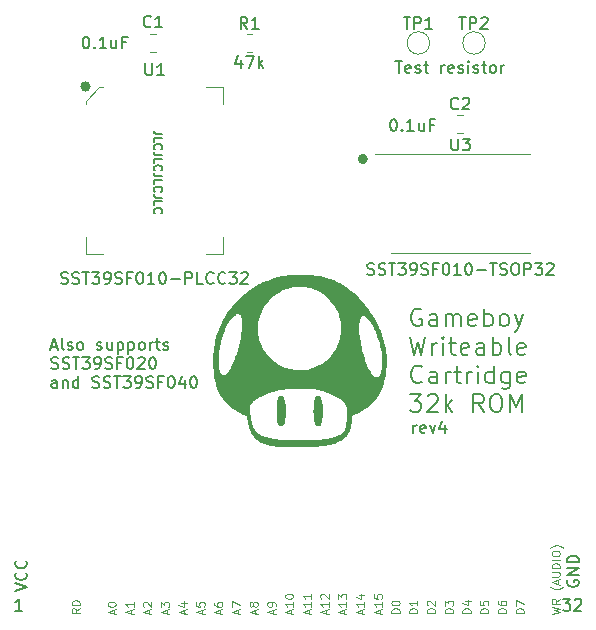
<source format=gbr>
%TF.GenerationSoftware,KiCad,Pcbnew,7.0.10*%
%TF.CreationDate,2024-03-23T21:53:34+01:00*%
%TF.ProjectId,gb-cart-sst39sf010,67622d63-6172-4742-9d73-737433397366,rev?*%
%TF.SameCoordinates,Original*%
%TF.FileFunction,Legend,Top*%
%TF.FilePolarity,Positive*%
%FSLAX46Y46*%
G04 Gerber Fmt 4.6, Leading zero omitted, Abs format (unit mm)*
G04 Created by KiCad (PCBNEW 7.0.10) date 2024-03-23 21:53:34*
%MOMM*%
%LPD*%
G01*
G04 APERTURE LIST*
%ADD10C,0.461609*%
%ADD11C,0.150000*%
%ADD12C,0.100000*%
%ADD13C,0.120000*%
G04 APERTURE END LIST*
D10*
X51284804Y-61468000D02*
G75*
G03*
X50823196Y-61468000I-230804J0D01*
G01*
X50823196Y-61468000D02*
G75*
G03*
X51284804Y-61468000I230804J0D01*
G01*
X74759195Y-67614800D02*
G75*
G03*
X74297587Y-67614800I-230804J0D01*
G01*
X74297587Y-67614800D02*
G75*
G03*
X74759195Y-67614800I230804J0D01*
G01*
D11*
X48168160Y-83486104D02*
X48644350Y-83486104D01*
X48072922Y-83771819D02*
X48406255Y-82771819D01*
X48406255Y-82771819D02*
X48739588Y-83771819D01*
X49215779Y-83771819D02*
X49120541Y-83724200D01*
X49120541Y-83724200D02*
X49072922Y-83628961D01*
X49072922Y-83628961D02*
X49072922Y-82771819D01*
X49549113Y-83724200D02*
X49644351Y-83771819D01*
X49644351Y-83771819D02*
X49834827Y-83771819D01*
X49834827Y-83771819D02*
X49930065Y-83724200D01*
X49930065Y-83724200D02*
X49977684Y-83628961D01*
X49977684Y-83628961D02*
X49977684Y-83581342D01*
X49977684Y-83581342D02*
X49930065Y-83486104D01*
X49930065Y-83486104D02*
X49834827Y-83438485D01*
X49834827Y-83438485D02*
X49691970Y-83438485D01*
X49691970Y-83438485D02*
X49596732Y-83390866D01*
X49596732Y-83390866D02*
X49549113Y-83295628D01*
X49549113Y-83295628D02*
X49549113Y-83248009D01*
X49549113Y-83248009D02*
X49596732Y-83152771D01*
X49596732Y-83152771D02*
X49691970Y-83105152D01*
X49691970Y-83105152D02*
X49834827Y-83105152D01*
X49834827Y-83105152D02*
X49930065Y-83152771D01*
X50549113Y-83771819D02*
X50453875Y-83724200D01*
X50453875Y-83724200D02*
X50406256Y-83676580D01*
X50406256Y-83676580D02*
X50358637Y-83581342D01*
X50358637Y-83581342D02*
X50358637Y-83295628D01*
X50358637Y-83295628D02*
X50406256Y-83200390D01*
X50406256Y-83200390D02*
X50453875Y-83152771D01*
X50453875Y-83152771D02*
X50549113Y-83105152D01*
X50549113Y-83105152D02*
X50691970Y-83105152D01*
X50691970Y-83105152D02*
X50787208Y-83152771D01*
X50787208Y-83152771D02*
X50834827Y-83200390D01*
X50834827Y-83200390D02*
X50882446Y-83295628D01*
X50882446Y-83295628D02*
X50882446Y-83581342D01*
X50882446Y-83581342D02*
X50834827Y-83676580D01*
X50834827Y-83676580D02*
X50787208Y-83724200D01*
X50787208Y-83724200D02*
X50691970Y-83771819D01*
X50691970Y-83771819D02*
X50549113Y-83771819D01*
X52025304Y-83724200D02*
X52120542Y-83771819D01*
X52120542Y-83771819D02*
X52311018Y-83771819D01*
X52311018Y-83771819D02*
X52406256Y-83724200D01*
X52406256Y-83724200D02*
X52453875Y-83628961D01*
X52453875Y-83628961D02*
X52453875Y-83581342D01*
X52453875Y-83581342D02*
X52406256Y-83486104D01*
X52406256Y-83486104D02*
X52311018Y-83438485D01*
X52311018Y-83438485D02*
X52168161Y-83438485D01*
X52168161Y-83438485D02*
X52072923Y-83390866D01*
X52072923Y-83390866D02*
X52025304Y-83295628D01*
X52025304Y-83295628D02*
X52025304Y-83248009D01*
X52025304Y-83248009D02*
X52072923Y-83152771D01*
X52072923Y-83152771D02*
X52168161Y-83105152D01*
X52168161Y-83105152D02*
X52311018Y-83105152D01*
X52311018Y-83105152D02*
X52406256Y-83152771D01*
X53311018Y-83105152D02*
X53311018Y-83771819D01*
X52882447Y-83105152D02*
X52882447Y-83628961D01*
X52882447Y-83628961D02*
X52930066Y-83724200D01*
X52930066Y-83724200D02*
X53025304Y-83771819D01*
X53025304Y-83771819D02*
X53168161Y-83771819D01*
X53168161Y-83771819D02*
X53263399Y-83724200D01*
X53263399Y-83724200D02*
X53311018Y-83676580D01*
X53787209Y-83105152D02*
X53787209Y-84105152D01*
X53787209Y-83152771D02*
X53882447Y-83105152D01*
X53882447Y-83105152D02*
X54072923Y-83105152D01*
X54072923Y-83105152D02*
X54168161Y-83152771D01*
X54168161Y-83152771D02*
X54215780Y-83200390D01*
X54215780Y-83200390D02*
X54263399Y-83295628D01*
X54263399Y-83295628D02*
X54263399Y-83581342D01*
X54263399Y-83581342D02*
X54215780Y-83676580D01*
X54215780Y-83676580D02*
X54168161Y-83724200D01*
X54168161Y-83724200D02*
X54072923Y-83771819D01*
X54072923Y-83771819D02*
X53882447Y-83771819D01*
X53882447Y-83771819D02*
X53787209Y-83724200D01*
X54691971Y-83105152D02*
X54691971Y-84105152D01*
X54691971Y-83152771D02*
X54787209Y-83105152D01*
X54787209Y-83105152D02*
X54977685Y-83105152D01*
X54977685Y-83105152D02*
X55072923Y-83152771D01*
X55072923Y-83152771D02*
X55120542Y-83200390D01*
X55120542Y-83200390D02*
X55168161Y-83295628D01*
X55168161Y-83295628D02*
X55168161Y-83581342D01*
X55168161Y-83581342D02*
X55120542Y-83676580D01*
X55120542Y-83676580D02*
X55072923Y-83724200D01*
X55072923Y-83724200D02*
X54977685Y-83771819D01*
X54977685Y-83771819D02*
X54787209Y-83771819D01*
X54787209Y-83771819D02*
X54691971Y-83724200D01*
X55739590Y-83771819D02*
X55644352Y-83724200D01*
X55644352Y-83724200D02*
X55596733Y-83676580D01*
X55596733Y-83676580D02*
X55549114Y-83581342D01*
X55549114Y-83581342D02*
X55549114Y-83295628D01*
X55549114Y-83295628D02*
X55596733Y-83200390D01*
X55596733Y-83200390D02*
X55644352Y-83152771D01*
X55644352Y-83152771D02*
X55739590Y-83105152D01*
X55739590Y-83105152D02*
X55882447Y-83105152D01*
X55882447Y-83105152D02*
X55977685Y-83152771D01*
X55977685Y-83152771D02*
X56025304Y-83200390D01*
X56025304Y-83200390D02*
X56072923Y-83295628D01*
X56072923Y-83295628D02*
X56072923Y-83581342D01*
X56072923Y-83581342D02*
X56025304Y-83676580D01*
X56025304Y-83676580D02*
X55977685Y-83724200D01*
X55977685Y-83724200D02*
X55882447Y-83771819D01*
X55882447Y-83771819D02*
X55739590Y-83771819D01*
X56501495Y-83771819D02*
X56501495Y-83105152D01*
X56501495Y-83295628D02*
X56549114Y-83200390D01*
X56549114Y-83200390D02*
X56596733Y-83152771D01*
X56596733Y-83152771D02*
X56691971Y-83105152D01*
X56691971Y-83105152D02*
X56787209Y-83105152D01*
X56977686Y-83105152D02*
X57358638Y-83105152D01*
X57120543Y-82771819D02*
X57120543Y-83628961D01*
X57120543Y-83628961D02*
X57168162Y-83724200D01*
X57168162Y-83724200D02*
X57263400Y-83771819D01*
X57263400Y-83771819D02*
X57358638Y-83771819D01*
X57644353Y-83724200D02*
X57739591Y-83771819D01*
X57739591Y-83771819D02*
X57930067Y-83771819D01*
X57930067Y-83771819D02*
X58025305Y-83724200D01*
X58025305Y-83724200D02*
X58072924Y-83628961D01*
X58072924Y-83628961D02*
X58072924Y-83581342D01*
X58072924Y-83581342D02*
X58025305Y-83486104D01*
X58025305Y-83486104D02*
X57930067Y-83438485D01*
X57930067Y-83438485D02*
X57787210Y-83438485D01*
X57787210Y-83438485D02*
X57691972Y-83390866D01*
X57691972Y-83390866D02*
X57644353Y-83295628D01*
X57644353Y-83295628D02*
X57644353Y-83248009D01*
X57644353Y-83248009D02*
X57691972Y-83152771D01*
X57691972Y-83152771D02*
X57787210Y-83105152D01*
X57787210Y-83105152D02*
X57930067Y-83105152D01*
X57930067Y-83105152D02*
X58025305Y-83152771D01*
X48168160Y-85334200D02*
X48311017Y-85381819D01*
X48311017Y-85381819D02*
X48549112Y-85381819D01*
X48549112Y-85381819D02*
X48644350Y-85334200D01*
X48644350Y-85334200D02*
X48691969Y-85286580D01*
X48691969Y-85286580D02*
X48739588Y-85191342D01*
X48739588Y-85191342D02*
X48739588Y-85096104D01*
X48739588Y-85096104D02*
X48691969Y-85000866D01*
X48691969Y-85000866D02*
X48644350Y-84953247D01*
X48644350Y-84953247D02*
X48549112Y-84905628D01*
X48549112Y-84905628D02*
X48358636Y-84858009D01*
X48358636Y-84858009D02*
X48263398Y-84810390D01*
X48263398Y-84810390D02*
X48215779Y-84762771D01*
X48215779Y-84762771D02*
X48168160Y-84667533D01*
X48168160Y-84667533D02*
X48168160Y-84572295D01*
X48168160Y-84572295D02*
X48215779Y-84477057D01*
X48215779Y-84477057D02*
X48263398Y-84429438D01*
X48263398Y-84429438D02*
X48358636Y-84381819D01*
X48358636Y-84381819D02*
X48596731Y-84381819D01*
X48596731Y-84381819D02*
X48739588Y-84429438D01*
X49120541Y-85334200D02*
X49263398Y-85381819D01*
X49263398Y-85381819D02*
X49501493Y-85381819D01*
X49501493Y-85381819D02*
X49596731Y-85334200D01*
X49596731Y-85334200D02*
X49644350Y-85286580D01*
X49644350Y-85286580D02*
X49691969Y-85191342D01*
X49691969Y-85191342D02*
X49691969Y-85096104D01*
X49691969Y-85096104D02*
X49644350Y-85000866D01*
X49644350Y-85000866D02*
X49596731Y-84953247D01*
X49596731Y-84953247D02*
X49501493Y-84905628D01*
X49501493Y-84905628D02*
X49311017Y-84858009D01*
X49311017Y-84858009D02*
X49215779Y-84810390D01*
X49215779Y-84810390D02*
X49168160Y-84762771D01*
X49168160Y-84762771D02*
X49120541Y-84667533D01*
X49120541Y-84667533D02*
X49120541Y-84572295D01*
X49120541Y-84572295D02*
X49168160Y-84477057D01*
X49168160Y-84477057D02*
X49215779Y-84429438D01*
X49215779Y-84429438D02*
X49311017Y-84381819D01*
X49311017Y-84381819D02*
X49549112Y-84381819D01*
X49549112Y-84381819D02*
X49691969Y-84429438D01*
X49977684Y-84381819D02*
X50549112Y-84381819D01*
X50263398Y-85381819D02*
X50263398Y-84381819D01*
X50787208Y-84381819D02*
X51406255Y-84381819D01*
X51406255Y-84381819D02*
X51072922Y-84762771D01*
X51072922Y-84762771D02*
X51215779Y-84762771D01*
X51215779Y-84762771D02*
X51311017Y-84810390D01*
X51311017Y-84810390D02*
X51358636Y-84858009D01*
X51358636Y-84858009D02*
X51406255Y-84953247D01*
X51406255Y-84953247D02*
X51406255Y-85191342D01*
X51406255Y-85191342D02*
X51358636Y-85286580D01*
X51358636Y-85286580D02*
X51311017Y-85334200D01*
X51311017Y-85334200D02*
X51215779Y-85381819D01*
X51215779Y-85381819D02*
X50930065Y-85381819D01*
X50930065Y-85381819D02*
X50834827Y-85334200D01*
X50834827Y-85334200D02*
X50787208Y-85286580D01*
X51882446Y-85381819D02*
X52072922Y-85381819D01*
X52072922Y-85381819D02*
X52168160Y-85334200D01*
X52168160Y-85334200D02*
X52215779Y-85286580D01*
X52215779Y-85286580D02*
X52311017Y-85143723D01*
X52311017Y-85143723D02*
X52358636Y-84953247D01*
X52358636Y-84953247D02*
X52358636Y-84572295D01*
X52358636Y-84572295D02*
X52311017Y-84477057D01*
X52311017Y-84477057D02*
X52263398Y-84429438D01*
X52263398Y-84429438D02*
X52168160Y-84381819D01*
X52168160Y-84381819D02*
X51977684Y-84381819D01*
X51977684Y-84381819D02*
X51882446Y-84429438D01*
X51882446Y-84429438D02*
X51834827Y-84477057D01*
X51834827Y-84477057D02*
X51787208Y-84572295D01*
X51787208Y-84572295D02*
X51787208Y-84810390D01*
X51787208Y-84810390D02*
X51834827Y-84905628D01*
X51834827Y-84905628D02*
X51882446Y-84953247D01*
X51882446Y-84953247D02*
X51977684Y-85000866D01*
X51977684Y-85000866D02*
X52168160Y-85000866D01*
X52168160Y-85000866D02*
X52263398Y-84953247D01*
X52263398Y-84953247D02*
X52311017Y-84905628D01*
X52311017Y-84905628D02*
X52358636Y-84810390D01*
X52739589Y-85334200D02*
X52882446Y-85381819D01*
X52882446Y-85381819D02*
X53120541Y-85381819D01*
X53120541Y-85381819D02*
X53215779Y-85334200D01*
X53215779Y-85334200D02*
X53263398Y-85286580D01*
X53263398Y-85286580D02*
X53311017Y-85191342D01*
X53311017Y-85191342D02*
X53311017Y-85096104D01*
X53311017Y-85096104D02*
X53263398Y-85000866D01*
X53263398Y-85000866D02*
X53215779Y-84953247D01*
X53215779Y-84953247D02*
X53120541Y-84905628D01*
X53120541Y-84905628D02*
X52930065Y-84858009D01*
X52930065Y-84858009D02*
X52834827Y-84810390D01*
X52834827Y-84810390D02*
X52787208Y-84762771D01*
X52787208Y-84762771D02*
X52739589Y-84667533D01*
X52739589Y-84667533D02*
X52739589Y-84572295D01*
X52739589Y-84572295D02*
X52787208Y-84477057D01*
X52787208Y-84477057D02*
X52834827Y-84429438D01*
X52834827Y-84429438D02*
X52930065Y-84381819D01*
X52930065Y-84381819D02*
X53168160Y-84381819D01*
X53168160Y-84381819D02*
X53311017Y-84429438D01*
X54072922Y-84858009D02*
X53739589Y-84858009D01*
X53739589Y-85381819D02*
X53739589Y-84381819D01*
X53739589Y-84381819D02*
X54215779Y-84381819D01*
X54787208Y-84381819D02*
X54882446Y-84381819D01*
X54882446Y-84381819D02*
X54977684Y-84429438D01*
X54977684Y-84429438D02*
X55025303Y-84477057D01*
X55025303Y-84477057D02*
X55072922Y-84572295D01*
X55072922Y-84572295D02*
X55120541Y-84762771D01*
X55120541Y-84762771D02*
X55120541Y-85000866D01*
X55120541Y-85000866D02*
X55072922Y-85191342D01*
X55072922Y-85191342D02*
X55025303Y-85286580D01*
X55025303Y-85286580D02*
X54977684Y-85334200D01*
X54977684Y-85334200D02*
X54882446Y-85381819D01*
X54882446Y-85381819D02*
X54787208Y-85381819D01*
X54787208Y-85381819D02*
X54691970Y-85334200D01*
X54691970Y-85334200D02*
X54644351Y-85286580D01*
X54644351Y-85286580D02*
X54596732Y-85191342D01*
X54596732Y-85191342D02*
X54549113Y-85000866D01*
X54549113Y-85000866D02*
X54549113Y-84762771D01*
X54549113Y-84762771D02*
X54596732Y-84572295D01*
X54596732Y-84572295D02*
X54644351Y-84477057D01*
X54644351Y-84477057D02*
X54691970Y-84429438D01*
X54691970Y-84429438D02*
X54787208Y-84381819D01*
X55501494Y-84477057D02*
X55549113Y-84429438D01*
X55549113Y-84429438D02*
X55644351Y-84381819D01*
X55644351Y-84381819D02*
X55882446Y-84381819D01*
X55882446Y-84381819D02*
X55977684Y-84429438D01*
X55977684Y-84429438D02*
X56025303Y-84477057D01*
X56025303Y-84477057D02*
X56072922Y-84572295D01*
X56072922Y-84572295D02*
X56072922Y-84667533D01*
X56072922Y-84667533D02*
X56025303Y-84810390D01*
X56025303Y-84810390D02*
X55453875Y-85381819D01*
X55453875Y-85381819D02*
X56072922Y-85381819D01*
X56691970Y-84381819D02*
X56787208Y-84381819D01*
X56787208Y-84381819D02*
X56882446Y-84429438D01*
X56882446Y-84429438D02*
X56930065Y-84477057D01*
X56930065Y-84477057D02*
X56977684Y-84572295D01*
X56977684Y-84572295D02*
X57025303Y-84762771D01*
X57025303Y-84762771D02*
X57025303Y-85000866D01*
X57025303Y-85000866D02*
X56977684Y-85191342D01*
X56977684Y-85191342D02*
X56930065Y-85286580D01*
X56930065Y-85286580D02*
X56882446Y-85334200D01*
X56882446Y-85334200D02*
X56787208Y-85381819D01*
X56787208Y-85381819D02*
X56691970Y-85381819D01*
X56691970Y-85381819D02*
X56596732Y-85334200D01*
X56596732Y-85334200D02*
X56549113Y-85286580D01*
X56549113Y-85286580D02*
X56501494Y-85191342D01*
X56501494Y-85191342D02*
X56453875Y-85000866D01*
X56453875Y-85000866D02*
X56453875Y-84762771D01*
X56453875Y-84762771D02*
X56501494Y-84572295D01*
X56501494Y-84572295D02*
X56549113Y-84477057D01*
X56549113Y-84477057D02*
X56596732Y-84429438D01*
X56596732Y-84429438D02*
X56691970Y-84381819D01*
X48644350Y-86991819D02*
X48644350Y-86468009D01*
X48644350Y-86468009D02*
X48596731Y-86372771D01*
X48596731Y-86372771D02*
X48501493Y-86325152D01*
X48501493Y-86325152D02*
X48311017Y-86325152D01*
X48311017Y-86325152D02*
X48215779Y-86372771D01*
X48644350Y-86944200D02*
X48549112Y-86991819D01*
X48549112Y-86991819D02*
X48311017Y-86991819D01*
X48311017Y-86991819D02*
X48215779Y-86944200D01*
X48215779Y-86944200D02*
X48168160Y-86848961D01*
X48168160Y-86848961D02*
X48168160Y-86753723D01*
X48168160Y-86753723D02*
X48215779Y-86658485D01*
X48215779Y-86658485D02*
X48311017Y-86610866D01*
X48311017Y-86610866D02*
X48549112Y-86610866D01*
X48549112Y-86610866D02*
X48644350Y-86563247D01*
X49120541Y-86325152D02*
X49120541Y-86991819D01*
X49120541Y-86420390D02*
X49168160Y-86372771D01*
X49168160Y-86372771D02*
X49263398Y-86325152D01*
X49263398Y-86325152D02*
X49406255Y-86325152D01*
X49406255Y-86325152D02*
X49501493Y-86372771D01*
X49501493Y-86372771D02*
X49549112Y-86468009D01*
X49549112Y-86468009D02*
X49549112Y-86991819D01*
X50453874Y-86991819D02*
X50453874Y-85991819D01*
X50453874Y-86944200D02*
X50358636Y-86991819D01*
X50358636Y-86991819D02*
X50168160Y-86991819D01*
X50168160Y-86991819D02*
X50072922Y-86944200D01*
X50072922Y-86944200D02*
X50025303Y-86896580D01*
X50025303Y-86896580D02*
X49977684Y-86801342D01*
X49977684Y-86801342D02*
X49977684Y-86515628D01*
X49977684Y-86515628D02*
X50025303Y-86420390D01*
X50025303Y-86420390D02*
X50072922Y-86372771D01*
X50072922Y-86372771D02*
X50168160Y-86325152D01*
X50168160Y-86325152D02*
X50358636Y-86325152D01*
X50358636Y-86325152D02*
X50453874Y-86372771D01*
X51644351Y-86944200D02*
X51787208Y-86991819D01*
X51787208Y-86991819D02*
X52025303Y-86991819D01*
X52025303Y-86991819D02*
X52120541Y-86944200D01*
X52120541Y-86944200D02*
X52168160Y-86896580D01*
X52168160Y-86896580D02*
X52215779Y-86801342D01*
X52215779Y-86801342D02*
X52215779Y-86706104D01*
X52215779Y-86706104D02*
X52168160Y-86610866D01*
X52168160Y-86610866D02*
X52120541Y-86563247D01*
X52120541Y-86563247D02*
X52025303Y-86515628D01*
X52025303Y-86515628D02*
X51834827Y-86468009D01*
X51834827Y-86468009D02*
X51739589Y-86420390D01*
X51739589Y-86420390D02*
X51691970Y-86372771D01*
X51691970Y-86372771D02*
X51644351Y-86277533D01*
X51644351Y-86277533D02*
X51644351Y-86182295D01*
X51644351Y-86182295D02*
X51691970Y-86087057D01*
X51691970Y-86087057D02*
X51739589Y-86039438D01*
X51739589Y-86039438D02*
X51834827Y-85991819D01*
X51834827Y-85991819D02*
X52072922Y-85991819D01*
X52072922Y-85991819D02*
X52215779Y-86039438D01*
X52596732Y-86944200D02*
X52739589Y-86991819D01*
X52739589Y-86991819D02*
X52977684Y-86991819D01*
X52977684Y-86991819D02*
X53072922Y-86944200D01*
X53072922Y-86944200D02*
X53120541Y-86896580D01*
X53120541Y-86896580D02*
X53168160Y-86801342D01*
X53168160Y-86801342D02*
X53168160Y-86706104D01*
X53168160Y-86706104D02*
X53120541Y-86610866D01*
X53120541Y-86610866D02*
X53072922Y-86563247D01*
X53072922Y-86563247D02*
X52977684Y-86515628D01*
X52977684Y-86515628D02*
X52787208Y-86468009D01*
X52787208Y-86468009D02*
X52691970Y-86420390D01*
X52691970Y-86420390D02*
X52644351Y-86372771D01*
X52644351Y-86372771D02*
X52596732Y-86277533D01*
X52596732Y-86277533D02*
X52596732Y-86182295D01*
X52596732Y-86182295D02*
X52644351Y-86087057D01*
X52644351Y-86087057D02*
X52691970Y-86039438D01*
X52691970Y-86039438D02*
X52787208Y-85991819D01*
X52787208Y-85991819D02*
X53025303Y-85991819D01*
X53025303Y-85991819D02*
X53168160Y-86039438D01*
X53453875Y-85991819D02*
X54025303Y-85991819D01*
X53739589Y-86991819D02*
X53739589Y-85991819D01*
X54263399Y-85991819D02*
X54882446Y-85991819D01*
X54882446Y-85991819D02*
X54549113Y-86372771D01*
X54549113Y-86372771D02*
X54691970Y-86372771D01*
X54691970Y-86372771D02*
X54787208Y-86420390D01*
X54787208Y-86420390D02*
X54834827Y-86468009D01*
X54834827Y-86468009D02*
X54882446Y-86563247D01*
X54882446Y-86563247D02*
X54882446Y-86801342D01*
X54882446Y-86801342D02*
X54834827Y-86896580D01*
X54834827Y-86896580D02*
X54787208Y-86944200D01*
X54787208Y-86944200D02*
X54691970Y-86991819D01*
X54691970Y-86991819D02*
X54406256Y-86991819D01*
X54406256Y-86991819D02*
X54311018Y-86944200D01*
X54311018Y-86944200D02*
X54263399Y-86896580D01*
X55358637Y-86991819D02*
X55549113Y-86991819D01*
X55549113Y-86991819D02*
X55644351Y-86944200D01*
X55644351Y-86944200D02*
X55691970Y-86896580D01*
X55691970Y-86896580D02*
X55787208Y-86753723D01*
X55787208Y-86753723D02*
X55834827Y-86563247D01*
X55834827Y-86563247D02*
X55834827Y-86182295D01*
X55834827Y-86182295D02*
X55787208Y-86087057D01*
X55787208Y-86087057D02*
X55739589Y-86039438D01*
X55739589Y-86039438D02*
X55644351Y-85991819D01*
X55644351Y-85991819D02*
X55453875Y-85991819D01*
X55453875Y-85991819D02*
X55358637Y-86039438D01*
X55358637Y-86039438D02*
X55311018Y-86087057D01*
X55311018Y-86087057D02*
X55263399Y-86182295D01*
X55263399Y-86182295D02*
X55263399Y-86420390D01*
X55263399Y-86420390D02*
X55311018Y-86515628D01*
X55311018Y-86515628D02*
X55358637Y-86563247D01*
X55358637Y-86563247D02*
X55453875Y-86610866D01*
X55453875Y-86610866D02*
X55644351Y-86610866D01*
X55644351Y-86610866D02*
X55739589Y-86563247D01*
X55739589Y-86563247D02*
X55787208Y-86515628D01*
X55787208Y-86515628D02*
X55834827Y-86420390D01*
X56215780Y-86944200D02*
X56358637Y-86991819D01*
X56358637Y-86991819D02*
X56596732Y-86991819D01*
X56596732Y-86991819D02*
X56691970Y-86944200D01*
X56691970Y-86944200D02*
X56739589Y-86896580D01*
X56739589Y-86896580D02*
X56787208Y-86801342D01*
X56787208Y-86801342D02*
X56787208Y-86706104D01*
X56787208Y-86706104D02*
X56739589Y-86610866D01*
X56739589Y-86610866D02*
X56691970Y-86563247D01*
X56691970Y-86563247D02*
X56596732Y-86515628D01*
X56596732Y-86515628D02*
X56406256Y-86468009D01*
X56406256Y-86468009D02*
X56311018Y-86420390D01*
X56311018Y-86420390D02*
X56263399Y-86372771D01*
X56263399Y-86372771D02*
X56215780Y-86277533D01*
X56215780Y-86277533D02*
X56215780Y-86182295D01*
X56215780Y-86182295D02*
X56263399Y-86087057D01*
X56263399Y-86087057D02*
X56311018Y-86039438D01*
X56311018Y-86039438D02*
X56406256Y-85991819D01*
X56406256Y-85991819D02*
X56644351Y-85991819D01*
X56644351Y-85991819D02*
X56787208Y-86039438D01*
X57549113Y-86468009D02*
X57215780Y-86468009D01*
X57215780Y-86991819D02*
X57215780Y-85991819D01*
X57215780Y-85991819D02*
X57691970Y-85991819D01*
X58263399Y-85991819D02*
X58358637Y-85991819D01*
X58358637Y-85991819D02*
X58453875Y-86039438D01*
X58453875Y-86039438D02*
X58501494Y-86087057D01*
X58501494Y-86087057D02*
X58549113Y-86182295D01*
X58549113Y-86182295D02*
X58596732Y-86372771D01*
X58596732Y-86372771D02*
X58596732Y-86610866D01*
X58596732Y-86610866D02*
X58549113Y-86801342D01*
X58549113Y-86801342D02*
X58501494Y-86896580D01*
X58501494Y-86896580D02*
X58453875Y-86944200D01*
X58453875Y-86944200D02*
X58358637Y-86991819D01*
X58358637Y-86991819D02*
X58263399Y-86991819D01*
X58263399Y-86991819D02*
X58168161Y-86944200D01*
X58168161Y-86944200D02*
X58120542Y-86896580D01*
X58120542Y-86896580D02*
X58072923Y-86801342D01*
X58072923Y-86801342D02*
X58025304Y-86610866D01*
X58025304Y-86610866D02*
X58025304Y-86372771D01*
X58025304Y-86372771D02*
X58072923Y-86182295D01*
X58072923Y-86182295D02*
X58120542Y-86087057D01*
X58120542Y-86087057D02*
X58168161Y-86039438D01*
X58168161Y-86039438D02*
X58263399Y-85991819D01*
X59453875Y-86325152D02*
X59453875Y-86991819D01*
X59215780Y-85944200D02*
X58977685Y-86658485D01*
X58977685Y-86658485D02*
X59596732Y-86658485D01*
X60168161Y-85991819D02*
X60263399Y-85991819D01*
X60263399Y-85991819D02*
X60358637Y-86039438D01*
X60358637Y-86039438D02*
X60406256Y-86087057D01*
X60406256Y-86087057D02*
X60453875Y-86182295D01*
X60453875Y-86182295D02*
X60501494Y-86372771D01*
X60501494Y-86372771D02*
X60501494Y-86610866D01*
X60501494Y-86610866D02*
X60453875Y-86801342D01*
X60453875Y-86801342D02*
X60406256Y-86896580D01*
X60406256Y-86896580D02*
X60358637Y-86944200D01*
X60358637Y-86944200D02*
X60263399Y-86991819D01*
X60263399Y-86991819D02*
X60168161Y-86991819D01*
X60168161Y-86991819D02*
X60072923Y-86944200D01*
X60072923Y-86944200D02*
X60025304Y-86896580D01*
X60025304Y-86896580D02*
X59977685Y-86801342D01*
X59977685Y-86801342D02*
X59930066Y-86610866D01*
X59930066Y-86610866D02*
X59930066Y-86372771D01*
X59930066Y-86372771D02*
X59977685Y-86182295D01*
X59977685Y-86182295D02*
X60025304Y-86087057D01*
X60025304Y-86087057D02*
X60072923Y-86039438D01*
X60072923Y-86039438D02*
X60168161Y-85991819D01*
D12*
X88174133Y-106066544D02*
X87474133Y-106066544D01*
X87474133Y-106066544D02*
X87474133Y-105899877D01*
X87474133Y-105899877D02*
X87507466Y-105799877D01*
X87507466Y-105799877D02*
X87574133Y-105733211D01*
X87574133Y-105733211D02*
X87640800Y-105699877D01*
X87640800Y-105699877D02*
X87774133Y-105666544D01*
X87774133Y-105666544D02*
X87874133Y-105666544D01*
X87874133Y-105666544D02*
X88007466Y-105699877D01*
X88007466Y-105699877D02*
X88074133Y-105733211D01*
X88074133Y-105733211D02*
X88140800Y-105799877D01*
X88140800Y-105799877D02*
X88174133Y-105899877D01*
X88174133Y-105899877D02*
X88174133Y-106066544D01*
X87474133Y-105433211D02*
X87474133Y-104966544D01*
X87474133Y-104966544D02*
X88174133Y-105266544D01*
X63943524Y-106099877D02*
X63943524Y-105766544D01*
X64143524Y-106166544D02*
X63443524Y-105933211D01*
X63443524Y-105933211D02*
X64143524Y-105699877D01*
X63443524Y-105533211D02*
X63443524Y-105066544D01*
X63443524Y-105066544D02*
X64143524Y-105366544D01*
X72955002Y-106099877D02*
X72955002Y-105766544D01*
X73155002Y-106166544D02*
X72455002Y-105933211D01*
X72455002Y-105933211D02*
X73155002Y-105699877D01*
X73155002Y-105099877D02*
X73155002Y-105499877D01*
X73155002Y-105299877D02*
X72455002Y-105299877D01*
X72455002Y-105299877D02*
X72555002Y-105366544D01*
X72555002Y-105366544D02*
X72621669Y-105433211D01*
X72621669Y-105433211D02*
X72655002Y-105499877D01*
X72455002Y-104866544D02*
X72455002Y-104433210D01*
X72455002Y-104433210D02*
X72721669Y-104666544D01*
X72721669Y-104666544D02*
X72721669Y-104566544D01*
X72721669Y-104566544D02*
X72755002Y-104499877D01*
X72755002Y-104499877D02*
X72788335Y-104466544D01*
X72788335Y-104466544D02*
X72855002Y-104433210D01*
X72855002Y-104433210D02*
X73021669Y-104433210D01*
X73021669Y-104433210D02*
X73088335Y-104466544D01*
X73088335Y-104466544D02*
X73121669Y-104499877D01*
X73121669Y-104499877D02*
X73155002Y-104566544D01*
X73155002Y-104566544D02*
X73155002Y-104766544D01*
X73155002Y-104766544D02*
X73121669Y-104833210D01*
X73121669Y-104833210D02*
X73088335Y-104866544D01*
X62441611Y-106099877D02*
X62441611Y-105766544D01*
X62641611Y-106166544D02*
X61941611Y-105933211D01*
X61941611Y-105933211D02*
X62641611Y-105699877D01*
X61941611Y-105166544D02*
X61941611Y-105299877D01*
X61941611Y-105299877D02*
X61974944Y-105366544D01*
X61974944Y-105366544D02*
X62008278Y-105399877D01*
X62008278Y-105399877D02*
X62108278Y-105466544D01*
X62108278Y-105466544D02*
X62241611Y-105499877D01*
X62241611Y-105499877D02*
X62508278Y-105499877D01*
X62508278Y-105499877D02*
X62574944Y-105466544D01*
X62574944Y-105466544D02*
X62608278Y-105433211D01*
X62608278Y-105433211D02*
X62641611Y-105366544D01*
X62641611Y-105366544D02*
X62641611Y-105233211D01*
X62641611Y-105233211D02*
X62608278Y-105166544D01*
X62608278Y-105166544D02*
X62574944Y-105133211D01*
X62574944Y-105133211D02*
X62508278Y-105099877D01*
X62508278Y-105099877D02*
X62341611Y-105099877D01*
X62341611Y-105099877D02*
X62274944Y-105133211D01*
X62274944Y-105133211D02*
X62241611Y-105166544D01*
X62241611Y-105166544D02*
X62208278Y-105233211D01*
X62208278Y-105233211D02*
X62208278Y-105366544D01*
X62208278Y-105366544D02*
X62241611Y-105433211D01*
X62241611Y-105433211D02*
X62274944Y-105466544D01*
X62274944Y-105466544D02*
X62341611Y-105499877D01*
D11*
X78822779Y-90801819D02*
X78822779Y-90135152D01*
X78822779Y-90325628D02*
X78870398Y-90230390D01*
X78870398Y-90230390D02*
X78918017Y-90182771D01*
X78918017Y-90182771D02*
X79013255Y-90135152D01*
X79013255Y-90135152D02*
X79108493Y-90135152D01*
X79822779Y-90754200D02*
X79727541Y-90801819D01*
X79727541Y-90801819D02*
X79537065Y-90801819D01*
X79537065Y-90801819D02*
X79441827Y-90754200D01*
X79441827Y-90754200D02*
X79394208Y-90658961D01*
X79394208Y-90658961D02*
X79394208Y-90278009D01*
X79394208Y-90278009D02*
X79441827Y-90182771D01*
X79441827Y-90182771D02*
X79537065Y-90135152D01*
X79537065Y-90135152D02*
X79727541Y-90135152D01*
X79727541Y-90135152D02*
X79822779Y-90182771D01*
X79822779Y-90182771D02*
X79870398Y-90278009D01*
X79870398Y-90278009D02*
X79870398Y-90373247D01*
X79870398Y-90373247D02*
X79394208Y-90468485D01*
X80203732Y-90135152D02*
X80441827Y-90801819D01*
X80441827Y-90801819D02*
X80679922Y-90135152D01*
X81489446Y-90135152D02*
X81489446Y-90801819D01*
X81251351Y-89754200D02*
X81013256Y-90468485D01*
X81013256Y-90468485D02*
X81632303Y-90468485D01*
D12*
X54932046Y-106099877D02*
X54932046Y-105766544D01*
X55132046Y-106166544D02*
X54432046Y-105933211D01*
X54432046Y-105933211D02*
X55132046Y-105699877D01*
X55132046Y-105099877D02*
X55132046Y-105499877D01*
X55132046Y-105299877D02*
X54432046Y-105299877D01*
X54432046Y-105299877D02*
X54532046Y-105366544D01*
X54532046Y-105366544D02*
X54598713Y-105433211D01*
X54598713Y-105433211D02*
X54632046Y-105499877D01*
X77660741Y-106066544D02*
X76960741Y-106066544D01*
X76960741Y-106066544D02*
X76960741Y-105899877D01*
X76960741Y-105899877D02*
X76994074Y-105799877D01*
X76994074Y-105799877D02*
X77060741Y-105733211D01*
X77060741Y-105733211D02*
X77127408Y-105699877D01*
X77127408Y-105699877D02*
X77260741Y-105666544D01*
X77260741Y-105666544D02*
X77360741Y-105666544D01*
X77360741Y-105666544D02*
X77494074Y-105699877D01*
X77494074Y-105699877D02*
X77560741Y-105733211D01*
X77560741Y-105733211D02*
X77627408Y-105799877D01*
X77627408Y-105799877D02*
X77660741Y-105899877D01*
X77660741Y-105899877D02*
X77660741Y-106066544D01*
X76960741Y-105233211D02*
X76960741Y-105166544D01*
X76960741Y-105166544D02*
X76994074Y-105099877D01*
X76994074Y-105099877D02*
X77027408Y-105066544D01*
X77027408Y-105066544D02*
X77094074Y-105033211D01*
X77094074Y-105033211D02*
X77227408Y-104999877D01*
X77227408Y-104999877D02*
X77394074Y-104999877D01*
X77394074Y-104999877D02*
X77527408Y-105033211D01*
X77527408Y-105033211D02*
X77594074Y-105066544D01*
X77594074Y-105066544D02*
X77627408Y-105099877D01*
X77627408Y-105099877D02*
X77660741Y-105166544D01*
X77660741Y-105166544D02*
X77660741Y-105233211D01*
X77660741Y-105233211D02*
X77627408Y-105299877D01*
X77627408Y-105299877D02*
X77594074Y-105333211D01*
X77594074Y-105333211D02*
X77527408Y-105366544D01*
X77527408Y-105366544D02*
X77394074Y-105399877D01*
X77394074Y-105399877D02*
X77227408Y-105399877D01*
X77227408Y-105399877D02*
X77094074Y-105366544D01*
X77094074Y-105366544D02*
X77027408Y-105333211D01*
X77027408Y-105333211D02*
X76994074Y-105299877D01*
X76994074Y-105299877D02*
X76960741Y-105233211D01*
D11*
X57533966Y-65473666D02*
X57033966Y-65473666D01*
X57033966Y-65473666D02*
X56933966Y-65440333D01*
X56933966Y-65440333D02*
X56867300Y-65373666D01*
X56867300Y-65373666D02*
X56833966Y-65273666D01*
X56833966Y-65273666D02*
X56833966Y-65207000D01*
X56833966Y-66140333D02*
X56833966Y-65806999D01*
X56833966Y-65806999D02*
X57533966Y-65806999D01*
X56900633Y-66773666D02*
X56867300Y-66740333D01*
X56867300Y-66740333D02*
X56833966Y-66640333D01*
X56833966Y-66640333D02*
X56833966Y-66573666D01*
X56833966Y-66573666D02*
X56867300Y-66473666D01*
X56867300Y-66473666D02*
X56933966Y-66407000D01*
X56933966Y-66407000D02*
X57000633Y-66373666D01*
X57000633Y-66373666D02*
X57133966Y-66340333D01*
X57133966Y-66340333D02*
X57233966Y-66340333D01*
X57233966Y-66340333D02*
X57367300Y-66373666D01*
X57367300Y-66373666D02*
X57433966Y-66407000D01*
X57433966Y-66407000D02*
X57500633Y-66473666D01*
X57500633Y-66473666D02*
X57533966Y-66573666D01*
X57533966Y-66573666D02*
X57533966Y-66640333D01*
X57533966Y-66640333D02*
X57500633Y-66740333D01*
X57500633Y-66740333D02*
X57467300Y-66773666D01*
X57533966Y-67273666D02*
X57033966Y-67273666D01*
X57033966Y-67273666D02*
X56933966Y-67240333D01*
X56933966Y-67240333D02*
X56867300Y-67173666D01*
X56867300Y-67173666D02*
X56833966Y-67073666D01*
X56833966Y-67073666D02*
X56833966Y-67007000D01*
X56833966Y-67940333D02*
X56833966Y-67606999D01*
X56833966Y-67606999D02*
X57533966Y-67606999D01*
X56900633Y-68573666D02*
X56867300Y-68540333D01*
X56867300Y-68540333D02*
X56833966Y-68440333D01*
X56833966Y-68440333D02*
X56833966Y-68373666D01*
X56833966Y-68373666D02*
X56867300Y-68273666D01*
X56867300Y-68273666D02*
X56933966Y-68207000D01*
X56933966Y-68207000D02*
X57000633Y-68173666D01*
X57000633Y-68173666D02*
X57133966Y-68140333D01*
X57133966Y-68140333D02*
X57233966Y-68140333D01*
X57233966Y-68140333D02*
X57367300Y-68173666D01*
X57367300Y-68173666D02*
X57433966Y-68207000D01*
X57433966Y-68207000D02*
X57500633Y-68273666D01*
X57500633Y-68273666D02*
X57533966Y-68373666D01*
X57533966Y-68373666D02*
X57533966Y-68440333D01*
X57533966Y-68440333D02*
X57500633Y-68540333D01*
X57500633Y-68540333D02*
X57467300Y-68573666D01*
X57533966Y-69073666D02*
X57033966Y-69073666D01*
X57033966Y-69073666D02*
X56933966Y-69040333D01*
X56933966Y-69040333D02*
X56867300Y-68973666D01*
X56867300Y-68973666D02*
X56833966Y-68873666D01*
X56833966Y-68873666D02*
X56833966Y-68807000D01*
X56833966Y-69740333D02*
X56833966Y-69406999D01*
X56833966Y-69406999D02*
X57533966Y-69406999D01*
X56900633Y-70373666D02*
X56867300Y-70340333D01*
X56867300Y-70340333D02*
X56833966Y-70240333D01*
X56833966Y-70240333D02*
X56833966Y-70173666D01*
X56833966Y-70173666D02*
X56867300Y-70073666D01*
X56867300Y-70073666D02*
X56933966Y-70007000D01*
X56933966Y-70007000D02*
X57000633Y-69973666D01*
X57000633Y-69973666D02*
X57133966Y-69940333D01*
X57133966Y-69940333D02*
X57233966Y-69940333D01*
X57233966Y-69940333D02*
X57367300Y-69973666D01*
X57367300Y-69973666D02*
X57433966Y-70007000D01*
X57433966Y-70007000D02*
X57500633Y-70073666D01*
X57500633Y-70073666D02*
X57533966Y-70173666D01*
X57533966Y-70173666D02*
X57533966Y-70240333D01*
X57533966Y-70240333D02*
X57500633Y-70340333D01*
X57500633Y-70340333D02*
X57467300Y-70373666D01*
X57533966Y-70873666D02*
X57033966Y-70873666D01*
X57033966Y-70873666D02*
X56933966Y-70840333D01*
X56933966Y-70840333D02*
X56867300Y-70773666D01*
X56867300Y-70773666D02*
X56833966Y-70673666D01*
X56833966Y-70673666D02*
X56833966Y-70607000D01*
X56833966Y-71540333D02*
X56833966Y-71206999D01*
X56833966Y-71206999D02*
X57533966Y-71206999D01*
X56900633Y-72173666D02*
X56867300Y-72140333D01*
X56867300Y-72140333D02*
X56833966Y-72040333D01*
X56833966Y-72040333D02*
X56833966Y-71973666D01*
X56833966Y-71973666D02*
X56867300Y-71873666D01*
X56867300Y-71873666D02*
X56933966Y-71807000D01*
X56933966Y-71807000D02*
X57000633Y-71773666D01*
X57000633Y-71773666D02*
X57133966Y-71740333D01*
X57133966Y-71740333D02*
X57233966Y-71740333D01*
X57233966Y-71740333D02*
X57367300Y-71773666D01*
X57367300Y-71773666D02*
X57433966Y-71807000D01*
X57433966Y-71807000D02*
X57500633Y-71873666D01*
X57500633Y-71873666D02*
X57533966Y-71973666D01*
X57533966Y-71973666D02*
X57533966Y-72040333D01*
X57533966Y-72040333D02*
X57500633Y-72140333D01*
X57500633Y-72140333D02*
X57467300Y-72173666D01*
X79473541Y-80344057D02*
X79330684Y-80272628D01*
X79330684Y-80272628D02*
X79116398Y-80272628D01*
X79116398Y-80272628D02*
X78902112Y-80344057D01*
X78902112Y-80344057D02*
X78759255Y-80486914D01*
X78759255Y-80486914D02*
X78687826Y-80629771D01*
X78687826Y-80629771D02*
X78616398Y-80915485D01*
X78616398Y-80915485D02*
X78616398Y-81129771D01*
X78616398Y-81129771D02*
X78687826Y-81415485D01*
X78687826Y-81415485D02*
X78759255Y-81558342D01*
X78759255Y-81558342D02*
X78902112Y-81701200D01*
X78902112Y-81701200D02*
X79116398Y-81772628D01*
X79116398Y-81772628D02*
X79259255Y-81772628D01*
X79259255Y-81772628D02*
X79473541Y-81701200D01*
X79473541Y-81701200D02*
X79544969Y-81629771D01*
X79544969Y-81629771D02*
X79544969Y-81129771D01*
X79544969Y-81129771D02*
X79259255Y-81129771D01*
X80830684Y-81772628D02*
X80830684Y-80986914D01*
X80830684Y-80986914D02*
X80759255Y-80844057D01*
X80759255Y-80844057D02*
X80616398Y-80772628D01*
X80616398Y-80772628D02*
X80330684Y-80772628D01*
X80330684Y-80772628D02*
X80187826Y-80844057D01*
X80830684Y-81701200D02*
X80687826Y-81772628D01*
X80687826Y-81772628D02*
X80330684Y-81772628D01*
X80330684Y-81772628D02*
X80187826Y-81701200D01*
X80187826Y-81701200D02*
X80116398Y-81558342D01*
X80116398Y-81558342D02*
X80116398Y-81415485D01*
X80116398Y-81415485D02*
X80187826Y-81272628D01*
X80187826Y-81272628D02*
X80330684Y-81201200D01*
X80330684Y-81201200D02*
X80687826Y-81201200D01*
X80687826Y-81201200D02*
X80830684Y-81129771D01*
X81544969Y-81772628D02*
X81544969Y-80772628D01*
X81544969Y-80915485D02*
X81616398Y-80844057D01*
X81616398Y-80844057D02*
X81759255Y-80772628D01*
X81759255Y-80772628D02*
X81973541Y-80772628D01*
X81973541Y-80772628D02*
X82116398Y-80844057D01*
X82116398Y-80844057D02*
X82187827Y-80986914D01*
X82187827Y-80986914D02*
X82187827Y-81772628D01*
X82187827Y-80986914D02*
X82259255Y-80844057D01*
X82259255Y-80844057D02*
X82402112Y-80772628D01*
X82402112Y-80772628D02*
X82616398Y-80772628D01*
X82616398Y-80772628D02*
X82759255Y-80844057D01*
X82759255Y-80844057D02*
X82830684Y-80986914D01*
X82830684Y-80986914D02*
X82830684Y-81772628D01*
X84116398Y-81701200D02*
X83973541Y-81772628D01*
X83973541Y-81772628D02*
X83687827Y-81772628D01*
X83687827Y-81772628D02*
X83544969Y-81701200D01*
X83544969Y-81701200D02*
X83473541Y-81558342D01*
X83473541Y-81558342D02*
X83473541Y-80986914D01*
X83473541Y-80986914D02*
X83544969Y-80844057D01*
X83544969Y-80844057D02*
X83687827Y-80772628D01*
X83687827Y-80772628D02*
X83973541Y-80772628D01*
X83973541Y-80772628D02*
X84116398Y-80844057D01*
X84116398Y-80844057D02*
X84187827Y-80986914D01*
X84187827Y-80986914D02*
X84187827Y-81129771D01*
X84187827Y-81129771D02*
X83473541Y-81272628D01*
X84830683Y-81772628D02*
X84830683Y-80272628D01*
X84830683Y-80844057D02*
X84973541Y-80772628D01*
X84973541Y-80772628D02*
X85259255Y-80772628D01*
X85259255Y-80772628D02*
X85402112Y-80844057D01*
X85402112Y-80844057D02*
X85473541Y-80915485D01*
X85473541Y-80915485D02*
X85544969Y-81058342D01*
X85544969Y-81058342D02*
X85544969Y-81486914D01*
X85544969Y-81486914D02*
X85473541Y-81629771D01*
X85473541Y-81629771D02*
X85402112Y-81701200D01*
X85402112Y-81701200D02*
X85259255Y-81772628D01*
X85259255Y-81772628D02*
X84973541Y-81772628D01*
X84973541Y-81772628D02*
X84830683Y-81701200D01*
X86402112Y-81772628D02*
X86259255Y-81701200D01*
X86259255Y-81701200D02*
X86187826Y-81629771D01*
X86187826Y-81629771D02*
X86116398Y-81486914D01*
X86116398Y-81486914D02*
X86116398Y-81058342D01*
X86116398Y-81058342D02*
X86187826Y-80915485D01*
X86187826Y-80915485D02*
X86259255Y-80844057D01*
X86259255Y-80844057D02*
X86402112Y-80772628D01*
X86402112Y-80772628D02*
X86616398Y-80772628D01*
X86616398Y-80772628D02*
X86759255Y-80844057D01*
X86759255Y-80844057D02*
X86830684Y-80915485D01*
X86830684Y-80915485D02*
X86902112Y-81058342D01*
X86902112Y-81058342D02*
X86902112Y-81486914D01*
X86902112Y-81486914D02*
X86830684Y-81629771D01*
X86830684Y-81629771D02*
X86759255Y-81701200D01*
X86759255Y-81701200D02*
X86616398Y-81772628D01*
X86616398Y-81772628D02*
X86402112Y-81772628D01*
X87402112Y-80772628D02*
X87759255Y-81772628D01*
X88116398Y-80772628D02*
X87759255Y-81772628D01*
X87759255Y-81772628D02*
X87616398Y-82129771D01*
X87616398Y-82129771D02*
X87544969Y-82201200D01*
X87544969Y-82201200D02*
X87402112Y-82272628D01*
X78544969Y-82687628D02*
X78902112Y-84187628D01*
X78902112Y-84187628D02*
X79187826Y-83116200D01*
X79187826Y-83116200D02*
X79473541Y-84187628D01*
X79473541Y-84187628D02*
X79830684Y-82687628D01*
X80402112Y-84187628D02*
X80402112Y-83187628D01*
X80402112Y-83473342D02*
X80473541Y-83330485D01*
X80473541Y-83330485D02*
X80544970Y-83259057D01*
X80544970Y-83259057D02*
X80687827Y-83187628D01*
X80687827Y-83187628D02*
X80830684Y-83187628D01*
X81330683Y-84187628D02*
X81330683Y-83187628D01*
X81330683Y-82687628D02*
X81259255Y-82759057D01*
X81259255Y-82759057D02*
X81330683Y-82830485D01*
X81330683Y-82830485D02*
X81402112Y-82759057D01*
X81402112Y-82759057D02*
X81330683Y-82687628D01*
X81330683Y-82687628D02*
X81330683Y-82830485D01*
X81830684Y-83187628D02*
X82402112Y-83187628D01*
X82044969Y-82687628D02*
X82044969Y-83973342D01*
X82044969Y-83973342D02*
X82116398Y-84116200D01*
X82116398Y-84116200D02*
X82259255Y-84187628D01*
X82259255Y-84187628D02*
X82402112Y-84187628D01*
X83473541Y-84116200D02*
X83330684Y-84187628D01*
X83330684Y-84187628D02*
X83044970Y-84187628D01*
X83044970Y-84187628D02*
X82902112Y-84116200D01*
X82902112Y-84116200D02*
X82830684Y-83973342D01*
X82830684Y-83973342D02*
X82830684Y-83401914D01*
X82830684Y-83401914D02*
X82902112Y-83259057D01*
X82902112Y-83259057D02*
X83044970Y-83187628D01*
X83044970Y-83187628D02*
X83330684Y-83187628D01*
X83330684Y-83187628D02*
X83473541Y-83259057D01*
X83473541Y-83259057D02*
X83544970Y-83401914D01*
X83544970Y-83401914D02*
X83544970Y-83544771D01*
X83544970Y-83544771D02*
X82830684Y-83687628D01*
X84830684Y-84187628D02*
X84830684Y-83401914D01*
X84830684Y-83401914D02*
X84759255Y-83259057D01*
X84759255Y-83259057D02*
X84616398Y-83187628D01*
X84616398Y-83187628D02*
X84330684Y-83187628D01*
X84330684Y-83187628D02*
X84187826Y-83259057D01*
X84830684Y-84116200D02*
X84687826Y-84187628D01*
X84687826Y-84187628D02*
X84330684Y-84187628D01*
X84330684Y-84187628D02*
X84187826Y-84116200D01*
X84187826Y-84116200D02*
X84116398Y-83973342D01*
X84116398Y-83973342D02*
X84116398Y-83830485D01*
X84116398Y-83830485D02*
X84187826Y-83687628D01*
X84187826Y-83687628D02*
X84330684Y-83616200D01*
X84330684Y-83616200D02*
X84687826Y-83616200D01*
X84687826Y-83616200D02*
X84830684Y-83544771D01*
X85544969Y-84187628D02*
X85544969Y-82687628D01*
X85544969Y-83259057D02*
X85687827Y-83187628D01*
X85687827Y-83187628D02*
X85973541Y-83187628D01*
X85973541Y-83187628D02*
X86116398Y-83259057D01*
X86116398Y-83259057D02*
X86187827Y-83330485D01*
X86187827Y-83330485D02*
X86259255Y-83473342D01*
X86259255Y-83473342D02*
X86259255Y-83901914D01*
X86259255Y-83901914D02*
X86187827Y-84044771D01*
X86187827Y-84044771D02*
X86116398Y-84116200D01*
X86116398Y-84116200D02*
X85973541Y-84187628D01*
X85973541Y-84187628D02*
X85687827Y-84187628D01*
X85687827Y-84187628D02*
X85544969Y-84116200D01*
X87116398Y-84187628D02*
X86973541Y-84116200D01*
X86973541Y-84116200D02*
X86902112Y-83973342D01*
X86902112Y-83973342D02*
X86902112Y-82687628D01*
X88259255Y-84116200D02*
X88116398Y-84187628D01*
X88116398Y-84187628D02*
X87830684Y-84187628D01*
X87830684Y-84187628D02*
X87687826Y-84116200D01*
X87687826Y-84116200D02*
X87616398Y-83973342D01*
X87616398Y-83973342D02*
X87616398Y-83401914D01*
X87616398Y-83401914D02*
X87687826Y-83259057D01*
X87687826Y-83259057D02*
X87830684Y-83187628D01*
X87830684Y-83187628D02*
X88116398Y-83187628D01*
X88116398Y-83187628D02*
X88259255Y-83259057D01*
X88259255Y-83259057D02*
X88330684Y-83401914D01*
X88330684Y-83401914D02*
X88330684Y-83544771D01*
X88330684Y-83544771D02*
X87616398Y-83687628D01*
X79544969Y-86459771D02*
X79473541Y-86531200D01*
X79473541Y-86531200D02*
X79259255Y-86602628D01*
X79259255Y-86602628D02*
X79116398Y-86602628D01*
X79116398Y-86602628D02*
X78902112Y-86531200D01*
X78902112Y-86531200D02*
X78759255Y-86388342D01*
X78759255Y-86388342D02*
X78687826Y-86245485D01*
X78687826Y-86245485D02*
X78616398Y-85959771D01*
X78616398Y-85959771D02*
X78616398Y-85745485D01*
X78616398Y-85745485D02*
X78687826Y-85459771D01*
X78687826Y-85459771D02*
X78759255Y-85316914D01*
X78759255Y-85316914D02*
X78902112Y-85174057D01*
X78902112Y-85174057D02*
X79116398Y-85102628D01*
X79116398Y-85102628D02*
X79259255Y-85102628D01*
X79259255Y-85102628D02*
X79473541Y-85174057D01*
X79473541Y-85174057D02*
X79544969Y-85245485D01*
X80830684Y-86602628D02*
X80830684Y-85816914D01*
X80830684Y-85816914D02*
X80759255Y-85674057D01*
X80759255Y-85674057D02*
X80616398Y-85602628D01*
X80616398Y-85602628D02*
X80330684Y-85602628D01*
X80330684Y-85602628D02*
X80187826Y-85674057D01*
X80830684Y-86531200D02*
X80687826Y-86602628D01*
X80687826Y-86602628D02*
X80330684Y-86602628D01*
X80330684Y-86602628D02*
X80187826Y-86531200D01*
X80187826Y-86531200D02*
X80116398Y-86388342D01*
X80116398Y-86388342D02*
X80116398Y-86245485D01*
X80116398Y-86245485D02*
X80187826Y-86102628D01*
X80187826Y-86102628D02*
X80330684Y-86031200D01*
X80330684Y-86031200D02*
X80687826Y-86031200D01*
X80687826Y-86031200D02*
X80830684Y-85959771D01*
X81544969Y-86602628D02*
X81544969Y-85602628D01*
X81544969Y-85888342D02*
X81616398Y-85745485D01*
X81616398Y-85745485D02*
X81687827Y-85674057D01*
X81687827Y-85674057D02*
X81830684Y-85602628D01*
X81830684Y-85602628D02*
X81973541Y-85602628D01*
X82259255Y-85602628D02*
X82830683Y-85602628D01*
X82473540Y-85102628D02*
X82473540Y-86388342D01*
X82473540Y-86388342D02*
X82544969Y-86531200D01*
X82544969Y-86531200D02*
X82687826Y-86602628D01*
X82687826Y-86602628D02*
X82830683Y-86602628D01*
X83330683Y-86602628D02*
X83330683Y-85602628D01*
X83330683Y-85888342D02*
X83402112Y-85745485D01*
X83402112Y-85745485D02*
X83473541Y-85674057D01*
X83473541Y-85674057D02*
X83616398Y-85602628D01*
X83616398Y-85602628D02*
X83759255Y-85602628D01*
X84259254Y-86602628D02*
X84259254Y-85602628D01*
X84259254Y-85102628D02*
X84187826Y-85174057D01*
X84187826Y-85174057D02*
X84259254Y-85245485D01*
X84259254Y-85245485D02*
X84330683Y-85174057D01*
X84330683Y-85174057D02*
X84259254Y-85102628D01*
X84259254Y-85102628D02*
X84259254Y-85245485D01*
X85616398Y-86602628D02*
X85616398Y-85102628D01*
X85616398Y-86531200D02*
X85473540Y-86602628D01*
X85473540Y-86602628D02*
X85187826Y-86602628D01*
X85187826Y-86602628D02*
X85044969Y-86531200D01*
X85044969Y-86531200D02*
X84973540Y-86459771D01*
X84973540Y-86459771D02*
X84902112Y-86316914D01*
X84902112Y-86316914D02*
X84902112Y-85888342D01*
X84902112Y-85888342D02*
X84973540Y-85745485D01*
X84973540Y-85745485D02*
X85044969Y-85674057D01*
X85044969Y-85674057D02*
X85187826Y-85602628D01*
X85187826Y-85602628D02*
X85473540Y-85602628D01*
X85473540Y-85602628D02*
X85616398Y-85674057D01*
X86973541Y-85602628D02*
X86973541Y-86816914D01*
X86973541Y-86816914D02*
X86902112Y-86959771D01*
X86902112Y-86959771D02*
X86830683Y-87031200D01*
X86830683Y-87031200D02*
X86687826Y-87102628D01*
X86687826Y-87102628D02*
X86473541Y-87102628D01*
X86473541Y-87102628D02*
X86330683Y-87031200D01*
X86973541Y-86531200D02*
X86830683Y-86602628D01*
X86830683Y-86602628D02*
X86544969Y-86602628D01*
X86544969Y-86602628D02*
X86402112Y-86531200D01*
X86402112Y-86531200D02*
X86330683Y-86459771D01*
X86330683Y-86459771D02*
X86259255Y-86316914D01*
X86259255Y-86316914D02*
X86259255Y-85888342D01*
X86259255Y-85888342D02*
X86330683Y-85745485D01*
X86330683Y-85745485D02*
X86402112Y-85674057D01*
X86402112Y-85674057D02*
X86544969Y-85602628D01*
X86544969Y-85602628D02*
X86830683Y-85602628D01*
X86830683Y-85602628D02*
X86973541Y-85674057D01*
X88259255Y-86531200D02*
X88116398Y-86602628D01*
X88116398Y-86602628D02*
X87830684Y-86602628D01*
X87830684Y-86602628D02*
X87687826Y-86531200D01*
X87687826Y-86531200D02*
X87616398Y-86388342D01*
X87616398Y-86388342D02*
X87616398Y-85816914D01*
X87616398Y-85816914D02*
X87687826Y-85674057D01*
X87687826Y-85674057D02*
X87830684Y-85602628D01*
X87830684Y-85602628D02*
X88116398Y-85602628D01*
X88116398Y-85602628D02*
X88259255Y-85674057D01*
X88259255Y-85674057D02*
X88330684Y-85816914D01*
X88330684Y-85816914D02*
X88330684Y-85959771D01*
X88330684Y-85959771D02*
X87616398Y-86102628D01*
X78544969Y-87517628D02*
X79473541Y-87517628D01*
X79473541Y-87517628D02*
X78973541Y-88089057D01*
X78973541Y-88089057D02*
X79187826Y-88089057D01*
X79187826Y-88089057D02*
X79330684Y-88160485D01*
X79330684Y-88160485D02*
X79402112Y-88231914D01*
X79402112Y-88231914D02*
X79473541Y-88374771D01*
X79473541Y-88374771D02*
X79473541Y-88731914D01*
X79473541Y-88731914D02*
X79402112Y-88874771D01*
X79402112Y-88874771D02*
X79330684Y-88946200D01*
X79330684Y-88946200D02*
X79187826Y-89017628D01*
X79187826Y-89017628D02*
X78759255Y-89017628D01*
X78759255Y-89017628D02*
X78616398Y-88946200D01*
X78616398Y-88946200D02*
X78544969Y-88874771D01*
X80044969Y-87660485D02*
X80116397Y-87589057D01*
X80116397Y-87589057D02*
X80259255Y-87517628D01*
X80259255Y-87517628D02*
X80616397Y-87517628D01*
X80616397Y-87517628D02*
X80759255Y-87589057D01*
X80759255Y-87589057D02*
X80830683Y-87660485D01*
X80830683Y-87660485D02*
X80902112Y-87803342D01*
X80902112Y-87803342D02*
X80902112Y-87946200D01*
X80902112Y-87946200D02*
X80830683Y-88160485D01*
X80830683Y-88160485D02*
X79973540Y-89017628D01*
X79973540Y-89017628D02*
X80902112Y-89017628D01*
X81544968Y-89017628D02*
X81544968Y-87517628D01*
X81687826Y-88446200D02*
X82116397Y-89017628D01*
X82116397Y-88017628D02*
X81544968Y-88589057D01*
X84759254Y-89017628D02*
X84259254Y-88303342D01*
X83902111Y-89017628D02*
X83902111Y-87517628D01*
X83902111Y-87517628D02*
X84473540Y-87517628D01*
X84473540Y-87517628D02*
X84616397Y-87589057D01*
X84616397Y-87589057D02*
X84687826Y-87660485D01*
X84687826Y-87660485D02*
X84759254Y-87803342D01*
X84759254Y-87803342D02*
X84759254Y-88017628D01*
X84759254Y-88017628D02*
X84687826Y-88160485D01*
X84687826Y-88160485D02*
X84616397Y-88231914D01*
X84616397Y-88231914D02*
X84473540Y-88303342D01*
X84473540Y-88303342D02*
X83902111Y-88303342D01*
X85687826Y-87517628D02*
X85973540Y-87517628D01*
X85973540Y-87517628D02*
X86116397Y-87589057D01*
X86116397Y-87589057D02*
X86259254Y-87731914D01*
X86259254Y-87731914D02*
X86330683Y-88017628D01*
X86330683Y-88017628D02*
X86330683Y-88517628D01*
X86330683Y-88517628D02*
X86259254Y-88803342D01*
X86259254Y-88803342D02*
X86116397Y-88946200D01*
X86116397Y-88946200D02*
X85973540Y-89017628D01*
X85973540Y-89017628D02*
X85687826Y-89017628D01*
X85687826Y-89017628D02*
X85544969Y-88946200D01*
X85544969Y-88946200D02*
X85402111Y-88803342D01*
X85402111Y-88803342D02*
X85330683Y-88517628D01*
X85330683Y-88517628D02*
X85330683Y-88017628D01*
X85330683Y-88017628D02*
X85402111Y-87731914D01*
X85402111Y-87731914D02*
X85544969Y-87589057D01*
X85544969Y-87589057D02*
X85687826Y-87517628D01*
X86973540Y-89017628D02*
X86973540Y-87517628D01*
X86973540Y-87517628D02*
X87473540Y-88589057D01*
X87473540Y-88589057D02*
X87973540Y-87517628D01*
X87973540Y-87517628D02*
X87973540Y-89017628D01*
D12*
X53430133Y-106099877D02*
X53430133Y-105766544D01*
X53630133Y-106166544D02*
X52930133Y-105933211D01*
X52930133Y-105933211D02*
X53630133Y-105699877D01*
X52930133Y-105333211D02*
X52930133Y-105266544D01*
X52930133Y-105266544D02*
X52963466Y-105199877D01*
X52963466Y-105199877D02*
X52996800Y-105166544D01*
X52996800Y-105166544D02*
X53063466Y-105133211D01*
X53063466Y-105133211D02*
X53196800Y-105099877D01*
X53196800Y-105099877D02*
X53363466Y-105099877D01*
X53363466Y-105099877D02*
X53496800Y-105133211D01*
X53496800Y-105133211D02*
X53563466Y-105166544D01*
X53563466Y-105166544D02*
X53596800Y-105199877D01*
X53596800Y-105199877D02*
X53630133Y-105266544D01*
X53630133Y-105266544D02*
X53630133Y-105333211D01*
X53630133Y-105333211D02*
X53596800Y-105399877D01*
X53596800Y-105399877D02*
X53563466Y-105433211D01*
X53563466Y-105433211D02*
X53496800Y-105466544D01*
X53496800Y-105466544D02*
X53363466Y-105499877D01*
X53363466Y-105499877D02*
X53196800Y-105499877D01*
X53196800Y-105499877D02*
X53063466Y-105466544D01*
X53063466Y-105466544D02*
X52996800Y-105433211D01*
X52996800Y-105433211D02*
X52963466Y-105399877D01*
X52963466Y-105399877D02*
X52930133Y-105333211D01*
X68449263Y-106099877D02*
X68449263Y-105766544D01*
X68649263Y-106166544D02*
X67949263Y-105933211D01*
X67949263Y-105933211D02*
X68649263Y-105699877D01*
X68649263Y-105099877D02*
X68649263Y-105499877D01*
X68649263Y-105299877D02*
X67949263Y-105299877D01*
X67949263Y-105299877D02*
X68049263Y-105366544D01*
X68049263Y-105366544D02*
X68115930Y-105433211D01*
X68115930Y-105433211D02*
X68149263Y-105499877D01*
X67949263Y-104666544D02*
X67949263Y-104599877D01*
X67949263Y-104599877D02*
X67982596Y-104533210D01*
X67982596Y-104533210D02*
X68015930Y-104499877D01*
X68015930Y-104499877D02*
X68082596Y-104466544D01*
X68082596Y-104466544D02*
X68215930Y-104433210D01*
X68215930Y-104433210D02*
X68382596Y-104433210D01*
X68382596Y-104433210D02*
X68515930Y-104466544D01*
X68515930Y-104466544D02*
X68582596Y-104499877D01*
X68582596Y-104499877D02*
X68615930Y-104533210D01*
X68615930Y-104533210D02*
X68649263Y-104599877D01*
X68649263Y-104599877D02*
X68649263Y-104666544D01*
X68649263Y-104666544D02*
X68615930Y-104733210D01*
X68615930Y-104733210D02*
X68582596Y-104766544D01*
X68582596Y-104766544D02*
X68515930Y-104799877D01*
X68515930Y-104799877D02*
X68382596Y-104833210D01*
X68382596Y-104833210D02*
X68215930Y-104833210D01*
X68215930Y-104833210D02*
X68082596Y-104799877D01*
X68082596Y-104799877D02*
X68015930Y-104766544D01*
X68015930Y-104766544D02*
X67982596Y-104733210D01*
X67982596Y-104733210D02*
X67949263Y-104666544D01*
X82166480Y-106066544D02*
X81466480Y-106066544D01*
X81466480Y-106066544D02*
X81466480Y-105899877D01*
X81466480Y-105899877D02*
X81499813Y-105799877D01*
X81499813Y-105799877D02*
X81566480Y-105733211D01*
X81566480Y-105733211D02*
X81633147Y-105699877D01*
X81633147Y-105699877D02*
X81766480Y-105666544D01*
X81766480Y-105666544D02*
X81866480Y-105666544D01*
X81866480Y-105666544D02*
X81999813Y-105699877D01*
X81999813Y-105699877D02*
X82066480Y-105733211D01*
X82066480Y-105733211D02*
X82133147Y-105799877D01*
X82133147Y-105799877D02*
X82166480Y-105899877D01*
X82166480Y-105899877D02*
X82166480Y-106066544D01*
X81466480Y-105433211D02*
X81466480Y-104999877D01*
X81466480Y-104999877D02*
X81733147Y-105233211D01*
X81733147Y-105233211D02*
X81733147Y-105133211D01*
X81733147Y-105133211D02*
X81766480Y-105066544D01*
X81766480Y-105066544D02*
X81799813Y-105033211D01*
X81799813Y-105033211D02*
X81866480Y-104999877D01*
X81866480Y-104999877D02*
X82033147Y-104999877D01*
X82033147Y-104999877D02*
X82099813Y-105033211D01*
X82099813Y-105033211D02*
X82133147Y-105066544D01*
X82133147Y-105066544D02*
X82166480Y-105133211D01*
X82166480Y-105133211D02*
X82166480Y-105333211D01*
X82166480Y-105333211D02*
X82133147Y-105399877D01*
X82133147Y-105399877D02*
X82099813Y-105433211D01*
X50582133Y-105666544D02*
X50248800Y-105899877D01*
X50582133Y-106066544D02*
X49882133Y-106066544D01*
X49882133Y-106066544D02*
X49882133Y-105799877D01*
X49882133Y-105799877D02*
X49915466Y-105733211D01*
X49915466Y-105733211D02*
X49948800Y-105699877D01*
X49948800Y-105699877D02*
X50015466Y-105666544D01*
X50015466Y-105666544D02*
X50115466Y-105666544D01*
X50115466Y-105666544D02*
X50182133Y-105699877D01*
X50182133Y-105699877D02*
X50215466Y-105733211D01*
X50215466Y-105733211D02*
X50248800Y-105799877D01*
X50248800Y-105799877D02*
X50248800Y-106066544D01*
X50582133Y-105366544D02*
X49882133Y-105366544D01*
X49882133Y-105366544D02*
X49882133Y-105199877D01*
X49882133Y-105199877D02*
X49915466Y-105099877D01*
X49915466Y-105099877D02*
X49982133Y-105033211D01*
X49982133Y-105033211D02*
X50048800Y-104999877D01*
X50048800Y-104999877D02*
X50182133Y-104966544D01*
X50182133Y-104966544D02*
X50282133Y-104966544D01*
X50282133Y-104966544D02*
X50415466Y-104999877D01*
X50415466Y-104999877D02*
X50482133Y-105033211D01*
X50482133Y-105033211D02*
X50548800Y-105099877D01*
X50548800Y-105099877D02*
X50582133Y-105199877D01*
X50582133Y-105199877D02*
X50582133Y-105366544D01*
D11*
X45097819Y-104200077D02*
X46097819Y-103866744D01*
X46097819Y-103866744D02*
X45097819Y-103533411D01*
X46002580Y-102628649D02*
X46050200Y-102676268D01*
X46050200Y-102676268D02*
X46097819Y-102819125D01*
X46097819Y-102819125D02*
X46097819Y-102914363D01*
X46097819Y-102914363D02*
X46050200Y-103057220D01*
X46050200Y-103057220D02*
X45954961Y-103152458D01*
X45954961Y-103152458D02*
X45859723Y-103200077D01*
X45859723Y-103200077D02*
X45669247Y-103247696D01*
X45669247Y-103247696D02*
X45526390Y-103247696D01*
X45526390Y-103247696D02*
X45335914Y-103200077D01*
X45335914Y-103200077D02*
X45240676Y-103152458D01*
X45240676Y-103152458D02*
X45145438Y-103057220D01*
X45145438Y-103057220D02*
X45097819Y-102914363D01*
X45097819Y-102914363D02*
X45097819Y-102819125D01*
X45097819Y-102819125D02*
X45145438Y-102676268D01*
X45145438Y-102676268D02*
X45193057Y-102628649D01*
X46002580Y-101628649D02*
X46050200Y-101676268D01*
X46050200Y-101676268D02*
X46097819Y-101819125D01*
X46097819Y-101819125D02*
X46097819Y-101914363D01*
X46097819Y-101914363D02*
X46050200Y-102057220D01*
X46050200Y-102057220D02*
X45954961Y-102152458D01*
X45954961Y-102152458D02*
X45859723Y-102200077D01*
X45859723Y-102200077D02*
X45669247Y-102247696D01*
X45669247Y-102247696D02*
X45526390Y-102247696D01*
X45526390Y-102247696D02*
X45335914Y-102200077D01*
X45335914Y-102200077D02*
X45240676Y-102152458D01*
X45240676Y-102152458D02*
X45145438Y-102057220D01*
X45145438Y-102057220D02*
X45097819Y-101914363D01*
X45097819Y-101914363D02*
X45097819Y-101819125D01*
X45097819Y-101819125D02*
X45145438Y-101676268D01*
X45145438Y-101676268D02*
X45193057Y-101628649D01*
D12*
X57935872Y-106099877D02*
X57935872Y-105766544D01*
X58135872Y-106166544D02*
X57435872Y-105933211D01*
X57435872Y-105933211D02*
X58135872Y-105699877D01*
X57435872Y-105533211D02*
X57435872Y-105099877D01*
X57435872Y-105099877D02*
X57702539Y-105333211D01*
X57702539Y-105333211D02*
X57702539Y-105233211D01*
X57702539Y-105233211D02*
X57735872Y-105166544D01*
X57735872Y-105166544D02*
X57769205Y-105133211D01*
X57769205Y-105133211D02*
X57835872Y-105099877D01*
X57835872Y-105099877D02*
X58002539Y-105099877D01*
X58002539Y-105099877D02*
X58069205Y-105133211D01*
X58069205Y-105133211D02*
X58102539Y-105166544D01*
X58102539Y-105166544D02*
X58135872Y-105233211D01*
X58135872Y-105233211D02*
X58135872Y-105433211D01*
X58135872Y-105433211D02*
X58102539Y-105499877D01*
X58102539Y-105499877D02*
X58069205Y-105533211D01*
X56433959Y-106099877D02*
X56433959Y-105766544D01*
X56633959Y-106166544D02*
X55933959Y-105933211D01*
X55933959Y-105933211D02*
X56633959Y-105699877D01*
X56000626Y-105499877D02*
X55967292Y-105466544D01*
X55967292Y-105466544D02*
X55933959Y-105399877D01*
X55933959Y-105399877D02*
X55933959Y-105233211D01*
X55933959Y-105233211D02*
X55967292Y-105166544D01*
X55967292Y-105166544D02*
X56000626Y-105133211D01*
X56000626Y-105133211D02*
X56067292Y-105099877D01*
X56067292Y-105099877D02*
X56133959Y-105099877D01*
X56133959Y-105099877D02*
X56233959Y-105133211D01*
X56233959Y-105133211D02*
X56633959Y-105533211D01*
X56633959Y-105533211D02*
X56633959Y-105099877D01*
D11*
X91881438Y-103279411D02*
X91833819Y-103374649D01*
X91833819Y-103374649D02*
X91833819Y-103517506D01*
X91833819Y-103517506D02*
X91881438Y-103660363D01*
X91881438Y-103660363D02*
X91976676Y-103755601D01*
X91976676Y-103755601D02*
X92071914Y-103803220D01*
X92071914Y-103803220D02*
X92262390Y-103850839D01*
X92262390Y-103850839D02*
X92405247Y-103850839D01*
X92405247Y-103850839D02*
X92595723Y-103803220D01*
X92595723Y-103803220D02*
X92690961Y-103755601D01*
X92690961Y-103755601D02*
X92786200Y-103660363D01*
X92786200Y-103660363D02*
X92833819Y-103517506D01*
X92833819Y-103517506D02*
X92833819Y-103422268D01*
X92833819Y-103422268D02*
X92786200Y-103279411D01*
X92786200Y-103279411D02*
X92738580Y-103231792D01*
X92738580Y-103231792D02*
X92405247Y-103231792D01*
X92405247Y-103231792D02*
X92405247Y-103422268D01*
X92833819Y-102803220D02*
X91833819Y-102803220D01*
X91833819Y-102803220D02*
X92833819Y-102231792D01*
X92833819Y-102231792D02*
X91833819Y-102231792D01*
X92833819Y-101755601D02*
X91833819Y-101755601D01*
X91833819Y-101755601D02*
X91833819Y-101517506D01*
X91833819Y-101517506D02*
X91881438Y-101374649D01*
X91881438Y-101374649D02*
X91976676Y-101279411D01*
X91976676Y-101279411D02*
X92071914Y-101231792D01*
X92071914Y-101231792D02*
X92262390Y-101184173D01*
X92262390Y-101184173D02*
X92405247Y-101184173D01*
X92405247Y-101184173D02*
X92595723Y-101231792D01*
X92595723Y-101231792D02*
X92690961Y-101279411D01*
X92690961Y-101279411D02*
X92786200Y-101374649D01*
X92786200Y-101374649D02*
X92833819Y-101517506D01*
X92833819Y-101517506D02*
X92833819Y-101755601D01*
D12*
X90522133Y-106133211D02*
X91222133Y-105966544D01*
X91222133Y-105966544D02*
X90722133Y-105833211D01*
X90722133Y-105833211D02*
X91222133Y-105699877D01*
X91222133Y-105699877D02*
X90522133Y-105533211D01*
X91222133Y-104866544D02*
X90888800Y-105099877D01*
X91222133Y-105266544D02*
X90522133Y-105266544D01*
X90522133Y-105266544D02*
X90522133Y-104999877D01*
X90522133Y-104999877D02*
X90555466Y-104933211D01*
X90555466Y-104933211D02*
X90588800Y-104899877D01*
X90588800Y-104899877D02*
X90655466Y-104866544D01*
X90655466Y-104866544D02*
X90755466Y-104866544D01*
X90755466Y-104866544D02*
X90822133Y-104899877D01*
X90822133Y-104899877D02*
X90855466Y-104933211D01*
X90855466Y-104933211D02*
X90888800Y-104999877D01*
X90888800Y-104999877D02*
X90888800Y-105266544D01*
X91488800Y-103833211D02*
X91455466Y-103866544D01*
X91455466Y-103866544D02*
X91355466Y-103933211D01*
X91355466Y-103933211D02*
X91288800Y-103966544D01*
X91288800Y-103966544D02*
X91188800Y-103999878D01*
X91188800Y-103999878D02*
X91022133Y-104033211D01*
X91022133Y-104033211D02*
X90888800Y-104033211D01*
X90888800Y-104033211D02*
X90722133Y-103999878D01*
X90722133Y-103999878D02*
X90622133Y-103966544D01*
X90622133Y-103966544D02*
X90555466Y-103933211D01*
X90555466Y-103933211D02*
X90455466Y-103866544D01*
X90455466Y-103866544D02*
X90422133Y-103833211D01*
X91022133Y-103599877D02*
X91022133Y-103266544D01*
X91222133Y-103666544D02*
X90522133Y-103433211D01*
X90522133Y-103433211D02*
X91222133Y-103199877D01*
X90522133Y-102966544D02*
X91088800Y-102966544D01*
X91088800Y-102966544D02*
X91155466Y-102933211D01*
X91155466Y-102933211D02*
X91188800Y-102899877D01*
X91188800Y-102899877D02*
X91222133Y-102833211D01*
X91222133Y-102833211D02*
X91222133Y-102699877D01*
X91222133Y-102699877D02*
X91188800Y-102633211D01*
X91188800Y-102633211D02*
X91155466Y-102599877D01*
X91155466Y-102599877D02*
X91088800Y-102566544D01*
X91088800Y-102566544D02*
X90522133Y-102566544D01*
X91222133Y-102233211D02*
X90522133Y-102233211D01*
X90522133Y-102233211D02*
X90522133Y-102066544D01*
X90522133Y-102066544D02*
X90555466Y-101966544D01*
X90555466Y-101966544D02*
X90622133Y-101899878D01*
X90622133Y-101899878D02*
X90688800Y-101866544D01*
X90688800Y-101866544D02*
X90822133Y-101833211D01*
X90822133Y-101833211D02*
X90922133Y-101833211D01*
X90922133Y-101833211D02*
X91055466Y-101866544D01*
X91055466Y-101866544D02*
X91122133Y-101899878D01*
X91122133Y-101899878D02*
X91188800Y-101966544D01*
X91188800Y-101966544D02*
X91222133Y-102066544D01*
X91222133Y-102066544D02*
X91222133Y-102233211D01*
X91222133Y-101533211D02*
X90522133Y-101533211D01*
X90522133Y-101066545D02*
X90522133Y-100933211D01*
X90522133Y-100933211D02*
X90555466Y-100866545D01*
X90555466Y-100866545D02*
X90622133Y-100799878D01*
X90622133Y-100799878D02*
X90755466Y-100766545D01*
X90755466Y-100766545D02*
X90988800Y-100766545D01*
X90988800Y-100766545D02*
X91122133Y-100799878D01*
X91122133Y-100799878D02*
X91188800Y-100866545D01*
X91188800Y-100866545D02*
X91222133Y-100933211D01*
X91222133Y-100933211D02*
X91222133Y-101066545D01*
X91222133Y-101066545D02*
X91188800Y-101133211D01*
X91188800Y-101133211D02*
X91122133Y-101199878D01*
X91122133Y-101199878D02*
X90988800Y-101233211D01*
X90988800Y-101233211D02*
X90755466Y-101233211D01*
X90755466Y-101233211D02*
X90622133Y-101199878D01*
X90622133Y-101199878D02*
X90555466Y-101133211D01*
X90555466Y-101133211D02*
X90522133Y-101066545D01*
X91488800Y-100533212D02*
X91455466Y-100499878D01*
X91455466Y-100499878D02*
X91355466Y-100433212D01*
X91355466Y-100433212D02*
X91288800Y-100399878D01*
X91288800Y-100399878D02*
X91188800Y-100366545D01*
X91188800Y-100366545D02*
X91022133Y-100333212D01*
X91022133Y-100333212D02*
X90888800Y-100333212D01*
X90888800Y-100333212D02*
X90722133Y-100366545D01*
X90722133Y-100366545D02*
X90622133Y-100399878D01*
X90622133Y-100399878D02*
X90555466Y-100433212D01*
X90555466Y-100433212D02*
X90455466Y-100499878D01*
X90455466Y-100499878D02*
X90422133Y-100533212D01*
X86672219Y-106066544D02*
X85972219Y-106066544D01*
X85972219Y-106066544D02*
X85972219Y-105899877D01*
X85972219Y-105899877D02*
X86005552Y-105799877D01*
X86005552Y-105799877D02*
X86072219Y-105733211D01*
X86072219Y-105733211D02*
X86138886Y-105699877D01*
X86138886Y-105699877D02*
X86272219Y-105666544D01*
X86272219Y-105666544D02*
X86372219Y-105666544D01*
X86372219Y-105666544D02*
X86505552Y-105699877D01*
X86505552Y-105699877D02*
X86572219Y-105733211D01*
X86572219Y-105733211D02*
X86638886Y-105799877D01*
X86638886Y-105799877D02*
X86672219Y-105899877D01*
X86672219Y-105899877D02*
X86672219Y-106066544D01*
X85972219Y-105066544D02*
X85972219Y-105199877D01*
X85972219Y-105199877D02*
X86005552Y-105266544D01*
X86005552Y-105266544D02*
X86038886Y-105299877D01*
X86038886Y-105299877D02*
X86138886Y-105366544D01*
X86138886Y-105366544D02*
X86272219Y-105399877D01*
X86272219Y-105399877D02*
X86538886Y-105399877D01*
X86538886Y-105399877D02*
X86605552Y-105366544D01*
X86605552Y-105366544D02*
X86638886Y-105333211D01*
X86638886Y-105333211D02*
X86672219Y-105266544D01*
X86672219Y-105266544D02*
X86672219Y-105133211D01*
X86672219Y-105133211D02*
X86638886Y-105066544D01*
X86638886Y-105066544D02*
X86605552Y-105033211D01*
X86605552Y-105033211D02*
X86538886Y-104999877D01*
X86538886Y-104999877D02*
X86372219Y-104999877D01*
X86372219Y-104999877D02*
X86305552Y-105033211D01*
X86305552Y-105033211D02*
X86272219Y-105066544D01*
X86272219Y-105066544D02*
X86238886Y-105133211D01*
X86238886Y-105133211D02*
X86238886Y-105266544D01*
X86238886Y-105266544D02*
X86272219Y-105333211D01*
X86272219Y-105333211D02*
X86305552Y-105366544D01*
X86305552Y-105366544D02*
X86372219Y-105399877D01*
X74456915Y-106099877D02*
X74456915Y-105766544D01*
X74656915Y-106166544D02*
X73956915Y-105933211D01*
X73956915Y-105933211D02*
X74656915Y-105699877D01*
X74656915Y-105099877D02*
X74656915Y-105499877D01*
X74656915Y-105299877D02*
X73956915Y-105299877D01*
X73956915Y-105299877D02*
X74056915Y-105366544D01*
X74056915Y-105366544D02*
X74123582Y-105433211D01*
X74123582Y-105433211D02*
X74156915Y-105499877D01*
X74190248Y-104499877D02*
X74656915Y-104499877D01*
X73923582Y-104666544D02*
X74423582Y-104833210D01*
X74423582Y-104833210D02*
X74423582Y-104399877D01*
X79162654Y-106066544D02*
X78462654Y-106066544D01*
X78462654Y-106066544D02*
X78462654Y-105899877D01*
X78462654Y-105899877D02*
X78495987Y-105799877D01*
X78495987Y-105799877D02*
X78562654Y-105733211D01*
X78562654Y-105733211D02*
X78629321Y-105699877D01*
X78629321Y-105699877D02*
X78762654Y-105666544D01*
X78762654Y-105666544D02*
X78862654Y-105666544D01*
X78862654Y-105666544D02*
X78995987Y-105699877D01*
X78995987Y-105699877D02*
X79062654Y-105733211D01*
X79062654Y-105733211D02*
X79129321Y-105799877D01*
X79129321Y-105799877D02*
X79162654Y-105899877D01*
X79162654Y-105899877D02*
X79162654Y-106066544D01*
X79162654Y-104999877D02*
X79162654Y-105399877D01*
X79162654Y-105199877D02*
X78462654Y-105199877D01*
X78462654Y-105199877D02*
X78562654Y-105266544D01*
X78562654Y-105266544D02*
X78629321Y-105333211D01*
X78629321Y-105333211D02*
X78662654Y-105399877D01*
X60939698Y-106099877D02*
X60939698Y-105766544D01*
X61139698Y-106166544D02*
X60439698Y-105933211D01*
X60439698Y-105933211D02*
X61139698Y-105699877D01*
X60439698Y-105133211D02*
X60439698Y-105466544D01*
X60439698Y-105466544D02*
X60773031Y-105499877D01*
X60773031Y-105499877D02*
X60739698Y-105466544D01*
X60739698Y-105466544D02*
X60706365Y-105399877D01*
X60706365Y-105399877D02*
X60706365Y-105233211D01*
X60706365Y-105233211D02*
X60739698Y-105166544D01*
X60739698Y-105166544D02*
X60773031Y-105133211D01*
X60773031Y-105133211D02*
X60839698Y-105099877D01*
X60839698Y-105099877D02*
X61006365Y-105099877D01*
X61006365Y-105099877D02*
X61073031Y-105133211D01*
X61073031Y-105133211D02*
X61106365Y-105166544D01*
X61106365Y-105166544D02*
X61139698Y-105233211D01*
X61139698Y-105233211D02*
X61139698Y-105399877D01*
X61139698Y-105399877D02*
X61106365Y-105466544D01*
X61106365Y-105466544D02*
X61073031Y-105499877D01*
X85170306Y-106066544D02*
X84470306Y-106066544D01*
X84470306Y-106066544D02*
X84470306Y-105899877D01*
X84470306Y-105899877D02*
X84503639Y-105799877D01*
X84503639Y-105799877D02*
X84570306Y-105733211D01*
X84570306Y-105733211D02*
X84636973Y-105699877D01*
X84636973Y-105699877D02*
X84770306Y-105666544D01*
X84770306Y-105666544D02*
X84870306Y-105666544D01*
X84870306Y-105666544D02*
X85003639Y-105699877D01*
X85003639Y-105699877D02*
X85070306Y-105733211D01*
X85070306Y-105733211D02*
X85136973Y-105799877D01*
X85136973Y-105799877D02*
X85170306Y-105899877D01*
X85170306Y-105899877D02*
X85170306Y-106066544D01*
X84470306Y-105033211D02*
X84470306Y-105366544D01*
X84470306Y-105366544D02*
X84803639Y-105399877D01*
X84803639Y-105399877D02*
X84770306Y-105366544D01*
X84770306Y-105366544D02*
X84736973Y-105299877D01*
X84736973Y-105299877D02*
X84736973Y-105133211D01*
X84736973Y-105133211D02*
X84770306Y-105066544D01*
X84770306Y-105066544D02*
X84803639Y-105033211D01*
X84803639Y-105033211D02*
X84870306Y-104999877D01*
X84870306Y-104999877D02*
X85036973Y-104999877D01*
X85036973Y-104999877D02*
X85103639Y-105033211D01*
X85103639Y-105033211D02*
X85136973Y-105066544D01*
X85136973Y-105066544D02*
X85170306Y-105133211D01*
X85170306Y-105133211D02*
X85170306Y-105299877D01*
X85170306Y-105299877D02*
X85136973Y-105366544D01*
X85136973Y-105366544D02*
X85103639Y-105399877D01*
X75958828Y-106099877D02*
X75958828Y-105766544D01*
X76158828Y-106166544D02*
X75458828Y-105933211D01*
X75458828Y-105933211D02*
X76158828Y-105699877D01*
X76158828Y-105099877D02*
X76158828Y-105499877D01*
X76158828Y-105299877D02*
X75458828Y-105299877D01*
X75458828Y-105299877D02*
X75558828Y-105366544D01*
X75558828Y-105366544D02*
X75625495Y-105433211D01*
X75625495Y-105433211D02*
X75658828Y-105499877D01*
X75458828Y-104466544D02*
X75458828Y-104799877D01*
X75458828Y-104799877D02*
X75792161Y-104833210D01*
X75792161Y-104833210D02*
X75758828Y-104799877D01*
X75758828Y-104799877D02*
X75725495Y-104733210D01*
X75725495Y-104733210D02*
X75725495Y-104566544D01*
X75725495Y-104566544D02*
X75758828Y-104499877D01*
X75758828Y-104499877D02*
X75792161Y-104466544D01*
X75792161Y-104466544D02*
X75858828Y-104433210D01*
X75858828Y-104433210D02*
X76025495Y-104433210D01*
X76025495Y-104433210D02*
X76092161Y-104466544D01*
X76092161Y-104466544D02*
X76125495Y-104499877D01*
X76125495Y-104499877D02*
X76158828Y-104566544D01*
X76158828Y-104566544D02*
X76158828Y-104733210D01*
X76158828Y-104733210D02*
X76125495Y-104799877D01*
X76125495Y-104799877D02*
X76092161Y-104833210D01*
X59437785Y-106099877D02*
X59437785Y-105766544D01*
X59637785Y-106166544D02*
X58937785Y-105933211D01*
X58937785Y-105933211D02*
X59637785Y-105699877D01*
X59171118Y-105166544D02*
X59637785Y-105166544D01*
X58904452Y-105333211D02*
X59404452Y-105499877D01*
X59404452Y-105499877D02*
X59404452Y-105066544D01*
X80664567Y-106066544D02*
X79964567Y-106066544D01*
X79964567Y-106066544D02*
X79964567Y-105899877D01*
X79964567Y-105899877D02*
X79997900Y-105799877D01*
X79997900Y-105799877D02*
X80064567Y-105733211D01*
X80064567Y-105733211D02*
X80131234Y-105699877D01*
X80131234Y-105699877D02*
X80264567Y-105666544D01*
X80264567Y-105666544D02*
X80364567Y-105666544D01*
X80364567Y-105666544D02*
X80497900Y-105699877D01*
X80497900Y-105699877D02*
X80564567Y-105733211D01*
X80564567Y-105733211D02*
X80631234Y-105799877D01*
X80631234Y-105799877D02*
X80664567Y-105899877D01*
X80664567Y-105899877D02*
X80664567Y-106066544D01*
X80031234Y-105399877D02*
X79997900Y-105366544D01*
X79997900Y-105366544D02*
X79964567Y-105299877D01*
X79964567Y-105299877D02*
X79964567Y-105133211D01*
X79964567Y-105133211D02*
X79997900Y-105066544D01*
X79997900Y-105066544D02*
X80031234Y-105033211D01*
X80031234Y-105033211D02*
X80097900Y-104999877D01*
X80097900Y-104999877D02*
X80164567Y-104999877D01*
X80164567Y-104999877D02*
X80264567Y-105033211D01*
X80264567Y-105033211D02*
X80664567Y-105433211D01*
X80664567Y-105433211D02*
X80664567Y-104999877D01*
X71453089Y-106099877D02*
X71453089Y-105766544D01*
X71653089Y-106166544D02*
X70953089Y-105933211D01*
X70953089Y-105933211D02*
X71653089Y-105699877D01*
X71653089Y-105099877D02*
X71653089Y-105499877D01*
X71653089Y-105299877D02*
X70953089Y-105299877D01*
X70953089Y-105299877D02*
X71053089Y-105366544D01*
X71053089Y-105366544D02*
X71119756Y-105433211D01*
X71119756Y-105433211D02*
X71153089Y-105499877D01*
X71019756Y-104833210D02*
X70986422Y-104799877D01*
X70986422Y-104799877D02*
X70953089Y-104733210D01*
X70953089Y-104733210D02*
X70953089Y-104566544D01*
X70953089Y-104566544D02*
X70986422Y-104499877D01*
X70986422Y-104499877D02*
X71019756Y-104466544D01*
X71019756Y-104466544D02*
X71086422Y-104433210D01*
X71086422Y-104433210D02*
X71153089Y-104433210D01*
X71153089Y-104433210D02*
X71253089Y-104466544D01*
X71253089Y-104466544D02*
X71653089Y-104866544D01*
X71653089Y-104866544D02*
X71653089Y-104433210D01*
X69951176Y-106099877D02*
X69951176Y-105766544D01*
X70151176Y-106166544D02*
X69451176Y-105933211D01*
X69451176Y-105933211D02*
X70151176Y-105699877D01*
X70151176Y-105099877D02*
X70151176Y-105499877D01*
X70151176Y-105299877D02*
X69451176Y-105299877D01*
X69451176Y-105299877D02*
X69551176Y-105366544D01*
X69551176Y-105366544D02*
X69617843Y-105433211D01*
X69617843Y-105433211D02*
X69651176Y-105499877D01*
X70151176Y-104433210D02*
X70151176Y-104833210D01*
X70151176Y-104633210D02*
X69451176Y-104633210D01*
X69451176Y-104633210D02*
X69551176Y-104699877D01*
X69551176Y-104699877D02*
X69617843Y-104766544D01*
X69617843Y-104766544D02*
X69651176Y-104833210D01*
X66947350Y-106099877D02*
X66947350Y-105766544D01*
X67147350Y-106166544D02*
X66447350Y-105933211D01*
X66447350Y-105933211D02*
X67147350Y-105699877D01*
X67147350Y-105433211D02*
X67147350Y-105299877D01*
X67147350Y-105299877D02*
X67114017Y-105233211D01*
X67114017Y-105233211D02*
X67080683Y-105199877D01*
X67080683Y-105199877D02*
X66980683Y-105133211D01*
X66980683Y-105133211D02*
X66847350Y-105099877D01*
X66847350Y-105099877D02*
X66580683Y-105099877D01*
X66580683Y-105099877D02*
X66514017Y-105133211D01*
X66514017Y-105133211D02*
X66480683Y-105166544D01*
X66480683Y-105166544D02*
X66447350Y-105233211D01*
X66447350Y-105233211D02*
X66447350Y-105366544D01*
X66447350Y-105366544D02*
X66480683Y-105433211D01*
X66480683Y-105433211D02*
X66514017Y-105466544D01*
X66514017Y-105466544D02*
X66580683Y-105499877D01*
X66580683Y-105499877D02*
X66747350Y-105499877D01*
X66747350Y-105499877D02*
X66814017Y-105466544D01*
X66814017Y-105466544D02*
X66847350Y-105433211D01*
X66847350Y-105433211D02*
X66880683Y-105366544D01*
X66880683Y-105366544D02*
X66880683Y-105233211D01*
X66880683Y-105233211D02*
X66847350Y-105166544D01*
X66847350Y-105166544D02*
X66814017Y-105133211D01*
X66814017Y-105133211D02*
X66747350Y-105099877D01*
D11*
X77282922Y-59321819D02*
X77854350Y-59321819D01*
X77568636Y-60321819D02*
X77568636Y-59321819D01*
X78568636Y-60274200D02*
X78473398Y-60321819D01*
X78473398Y-60321819D02*
X78282922Y-60321819D01*
X78282922Y-60321819D02*
X78187684Y-60274200D01*
X78187684Y-60274200D02*
X78140065Y-60178961D01*
X78140065Y-60178961D02*
X78140065Y-59798009D01*
X78140065Y-59798009D02*
X78187684Y-59702771D01*
X78187684Y-59702771D02*
X78282922Y-59655152D01*
X78282922Y-59655152D02*
X78473398Y-59655152D01*
X78473398Y-59655152D02*
X78568636Y-59702771D01*
X78568636Y-59702771D02*
X78616255Y-59798009D01*
X78616255Y-59798009D02*
X78616255Y-59893247D01*
X78616255Y-59893247D02*
X78140065Y-59988485D01*
X78997208Y-60274200D02*
X79092446Y-60321819D01*
X79092446Y-60321819D02*
X79282922Y-60321819D01*
X79282922Y-60321819D02*
X79378160Y-60274200D01*
X79378160Y-60274200D02*
X79425779Y-60178961D01*
X79425779Y-60178961D02*
X79425779Y-60131342D01*
X79425779Y-60131342D02*
X79378160Y-60036104D01*
X79378160Y-60036104D02*
X79282922Y-59988485D01*
X79282922Y-59988485D02*
X79140065Y-59988485D01*
X79140065Y-59988485D02*
X79044827Y-59940866D01*
X79044827Y-59940866D02*
X78997208Y-59845628D01*
X78997208Y-59845628D02*
X78997208Y-59798009D01*
X78997208Y-59798009D02*
X79044827Y-59702771D01*
X79044827Y-59702771D02*
X79140065Y-59655152D01*
X79140065Y-59655152D02*
X79282922Y-59655152D01*
X79282922Y-59655152D02*
X79378160Y-59702771D01*
X79711494Y-59655152D02*
X80092446Y-59655152D01*
X79854351Y-59321819D02*
X79854351Y-60178961D01*
X79854351Y-60178961D02*
X79901970Y-60274200D01*
X79901970Y-60274200D02*
X79997208Y-60321819D01*
X79997208Y-60321819D02*
X80092446Y-60321819D01*
X81187685Y-60321819D02*
X81187685Y-59655152D01*
X81187685Y-59845628D02*
X81235304Y-59750390D01*
X81235304Y-59750390D02*
X81282923Y-59702771D01*
X81282923Y-59702771D02*
X81378161Y-59655152D01*
X81378161Y-59655152D02*
X81473399Y-59655152D01*
X82187685Y-60274200D02*
X82092447Y-60321819D01*
X82092447Y-60321819D02*
X81901971Y-60321819D01*
X81901971Y-60321819D02*
X81806733Y-60274200D01*
X81806733Y-60274200D02*
X81759114Y-60178961D01*
X81759114Y-60178961D02*
X81759114Y-59798009D01*
X81759114Y-59798009D02*
X81806733Y-59702771D01*
X81806733Y-59702771D02*
X81901971Y-59655152D01*
X81901971Y-59655152D02*
X82092447Y-59655152D01*
X82092447Y-59655152D02*
X82187685Y-59702771D01*
X82187685Y-59702771D02*
X82235304Y-59798009D01*
X82235304Y-59798009D02*
X82235304Y-59893247D01*
X82235304Y-59893247D02*
X81759114Y-59988485D01*
X82616257Y-60274200D02*
X82711495Y-60321819D01*
X82711495Y-60321819D02*
X82901971Y-60321819D01*
X82901971Y-60321819D02*
X82997209Y-60274200D01*
X82997209Y-60274200D02*
X83044828Y-60178961D01*
X83044828Y-60178961D02*
X83044828Y-60131342D01*
X83044828Y-60131342D02*
X82997209Y-60036104D01*
X82997209Y-60036104D02*
X82901971Y-59988485D01*
X82901971Y-59988485D02*
X82759114Y-59988485D01*
X82759114Y-59988485D02*
X82663876Y-59940866D01*
X82663876Y-59940866D02*
X82616257Y-59845628D01*
X82616257Y-59845628D02*
X82616257Y-59798009D01*
X82616257Y-59798009D02*
X82663876Y-59702771D01*
X82663876Y-59702771D02*
X82759114Y-59655152D01*
X82759114Y-59655152D02*
X82901971Y-59655152D01*
X82901971Y-59655152D02*
X82997209Y-59702771D01*
X83473400Y-60321819D02*
X83473400Y-59655152D01*
X83473400Y-59321819D02*
X83425781Y-59369438D01*
X83425781Y-59369438D02*
X83473400Y-59417057D01*
X83473400Y-59417057D02*
X83521019Y-59369438D01*
X83521019Y-59369438D02*
X83473400Y-59321819D01*
X83473400Y-59321819D02*
X83473400Y-59417057D01*
X83901971Y-60274200D02*
X83997209Y-60321819D01*
X83997209Y-60321819D02*
X84187685Y-60321819D01*
X84187685Y-60321819D02*
X84282923Y-60274200D01*
X84282923Y-60274200D02*
X84330542Y-60178961D01*
X84330542Y-60178961D02*
X84330542Y-60131342D01*
X84330542Y-60131342D02*
X84282923Y-60036104D01*
X84282923Y-60036104D02*
X84187685Y-59988485D01*
X84187685Y-59988485D02*
X84044828Y-59988485D01*
X84044828Y-59988485D02*
X83949590Y-59940866D01*
X83949590Y-59940866D02*
X83901971Y-59845628D01*
X83901971Y-59845628D02*
X83901971Y-59798009D01*
X83901971Y-59798009D02*
X83949590Y-59702771D01*
X83949590Y-59702771D02*
X84044828Y-59655152D01*
X84044828Y-59655152D02*
X84187685Y-59655152D01*
X84187685Y-59655152D02*
X84282923Y-59702771D01*
X84616257Y-59655152D02*
X84997209Y-59655152D01*
X84759114Y-59321819D02*
X84759114Y-60178961D01*
X84759114Y-60178961D02*
X84806733Y-60274200D01*
X84806733Y-60274200D02*
X84901971Y-60321819D01*
X84901971Y-60321819D02*
X84997209Y-60321819D01*
X85473400Y-60321819D02*
X85378162Y-60274200D01*
X85378162Y-60274200D02*
X85330543Y-60226580D01*
X85330543Y-60226580D02*
X85282924Y-60131342D01*
X85282924Y-60131342D02*
X85282924Y-59845628D01*
X85282924Y-59845628D02*
X85330543Y-59750390D01*
X85330543Y-59750390D02*
X85378162Y-59702771D01*
X85378162Y-59702771D02*
X85473400Y-59655152D01*
X85473400Y-59655152D02*
X85616257Y-59655152D01*
X85616257Y-59655152D02*
X85711495Y-59702771D01*
X85711495Y-59702771D02*
X85759114Y-59750390D01*
X85759114Y-59750390D02*
X85806733Y-59845628D01*
X85806733Y-59845628D02*
X85806733Y-60131342D01*
X85806733Y-60131342D02*
X85759114Y-60226580D01*
X85759114Y-60226580D02*
X85711495Y-60274200D01*
X85711495Y-60274200D02*
X85616257Y-60321819D01*
X85616257Y-60321819D02*
X85473400Y-60321819D01*
X86235305Y-60321819D02*
X86235305Y-59655152D01*
X86235305Y-59845628D02*
X86282924Y-59750390D01*
X86282924Y-59750390D02*
X86330543Y-59702771D01*
X86330543Y-59702771D02*
X86425781Y-59655152D01*
X86425781Y-59655152D02*
X86521019Y-59655152D01*
D12*
X83668393Y-106066544D02*
X82968393Y-106066544D01*
X82968393Y-106066544D02*
X82968393Y-105899877D01*
X82968393Y-105899877D02*
X83001726Y-105799877D01*
X83001726Y-105799877D02*
X83068393Y-105733211D01*
X83068393Y-105733211D02*
X83135060Y-105699877D01*
X83135060Y-105699877D02*
X83268393Y-105666544D01*
X83268393Y-105666544D02*
X83368393Y-105666544D01*
X83368393Y-105666544D02*
X83501726Y-105699877D01*
X83501726Y-105699877D02*
X83568393Y-105733211D01*
X83568393Y-105733211D02*
X83635060Y-105799877D01*
X83635060Y-105799877D02*
X83668393Y-105899877D01*
X83668393Y-105899877D02*
X83668393Y-106066544D01*
X83201726Y-105066544D02*
X83668393Y-105066544D01*
X82935060Y-105233211D02*
X83435060Y-105399877D01*
X83435060Y-105399877D02*
X83435060Y-104966544D01*
X65445437Y-106099877D02*
X65445437Y-105766544D01*
X65645437Y-106166544D02*
X64945437Y-105933211D01*
X64945437Y-105933211D02*
X65645437Y-105699877D01*
X65245437Y-105366544D02*
X65212104Y-105433211D01*
X65212104Y-105433211D02*
X65178770Y-105466544D01*
X65178770Y-105466544D02*
X65112104Y-105499877D01*
X65112104Y-105499877D02*
X65078770Y-105499877D01*
X65078770Y-105499877D02*
X65012104Y-105466544D01*
X65012104Y-105466544D02*
X64978770Y-105433211D01*
X64978770Y-105433211D02*
X64945437Y-105366544D01*
X64945437Y-105366544D02*
X64945437Y-105233211D01*
X64945437Y-105233211D02*
X64978770Y-105166544D01*
X64978770Y-105166544D02*
X65012104Y-105133211D01*
X65012104Y-105133211D02*
X65078770Y-105099877D01*
X65078770Y-105099877D02*
X65112104Y-105099877D01*
X65112104Y-105099877D02*
X65178770Y-105133211D01*
X65178770Y-105133211D02*
X65212104Y-105166544D01*
X65212104Y-105166544D02*
X65245437Y-105233211D01*
X65245437Y-105233211D02*
X65245437Y-105366544D01*
X65245437Y-105366544D02*
X65278770Y-105433211D01*
X65278770Y-105433211D02*
X65312104Y-105466544D01*
X65312104Y-105466544D02*
X65378770Y-105499877D01*
X65378770Y-105499877D02*
X65512104Y-105499877D01*
X65512104Y-105499877D02*
X65578770Y-105466544D01*
X65578770Y-105466544D02*
X65612104Y-105433211D01*
X65612104Y-105433211D02*
X65645437Y-105366544D01*
X65645437Y-105366544D02*
X65645437Y-105233211D01*
X65645437Y-105233211D02*
X65612104Y-105166544D01*
X65612104Y-105166544D02*
X65578770Y-105133211D01*
X65578770Y-105133211D02*
X65512104Y-105099877D01*
X65512104Y-105099877D02*
X65378770Y-105099877D01*
X65378770Y-105099877D02*
X65312104Y-105133211D01*
X65312104Y-105133211D02*
X65278770Y-105166544D01*
X65278770Y-105166544D02*
X65245437Y-105233211D01*
D11*
X82042095Y-65878819D02*
X82042095Y-66688342D01*
X82042095Y-66688342D02*
X82089714Y-66783580D01*
X82089714Y-66783580D02*
X82137333Y-66831200D01*
X82137333Y-66831200D02*
X82232571Y-66878819D01*
X82232571Y-66878819D02*
X82423047Y-66878819D01*
X82423047Y-66878819D02*
X82518285Y-66831200D01*
X82518285Y-66831200D02*
X82565904Y-66783580D01*
X82565904Y-66783580D02*
X82613523Y-66688342D01*
X82613523Y-66688342D02*
X82613523Y-65878819D01*
X82994476Y-65878819D02*
X83613523Y-65878819D01*
X83613523Y-65878819D02*
X83280190Y-66259771D01*
X83280190Y-66259771D02*
X83423047Y-66259771D01*
X83423047Y-66259771D02*
X83518285Y-66307390D01*
X83518285Y-66307390D02*
X83565904Y-66355009D01*
X83565904Y-66355009D02*
X83613523Y-66450247D01*
X83613523Y-66450247D02*
X83613523Y-66688342D01*
X83613523Y-66688342D02*
X83565904Y-66783580D01*
X83565904Y-66783580D02*
X83518285Y-66831200D01*
X83518285Y-66831200D02*
X83423047Y-66878819D01*
X83423047Y-66878819D02*
X83137333Y-66878819D01*
X83137333Y-66878819D02*
X83042095Y-66831200D01*
X83042095Y-66831200D02*
X82994476Y-66783580D01*
X74923047Y-77369200D02*
X75065904Y-77416819D01*
X75065904Y-77416819D02*
X75303999Y-77416819D01*
X75303999Y-77416819D02*
X75399237Y-77369200D01*
X75399237Y-77369200D02*
X75446856Y-77321580D01*
X75446856Y-77321580D02*
X75494475Y-77226342D01*
X75494475Y-77226342D02*
X75494475Y-77131104D01*
X75494475Y-77131104D02*
X75446856Y-77035866D01*
X75446856Y-77035866D02*
X75399237Y-76988247D01*
X75399237Y-76988247D02*
X75303999Y-76940628D01*
X75303999Y-76940628D02*
X75113523Y-76893009D01*
X75113523Y-76893009D02*
X75018285Y-76845390D01*
X75018285Y-76845390D02*
X74970666Y-76797771D01*
X74970666Y-76797771D02*
X74923047Y-76702533D01*
X74923047Y-76702533D02*
X74923047Y-76607295D01*
X74923047Y-76607295D02*
X74970666Y-76512057D01*
X74970666Y-76512057D02*
X75018285Y-76464438D01*
X75018285Y-76464438D02*
X75113523Y-76416819D01*
X75113523Y-76416819D02*
X75351618Y-76416819D01*
X75351618Y-76416819D02*
X75494475Y-76464438D01*
X75875428Y-77369200D02*
X76018285Y-77416819D01*
X76018285Y-77416819D02*
X76256380Y-77416819D01*
X76256380Y-77416819D02*
X76351618Y-77369200D01*
X76351618Y-77369200D02*
X76399237Y-77321580D01*
X76399237Y-77321580D02*
X76446856Y-77226342D01*
X76446856Y-77226342D02*
X76446856Y-77131104D01*
X76446856Y-77131104D02*
X76399237Y-77035866D01*
X76399237Y-77035866D02*
X76351618Y-76988247D01*
X76351618Y-76988247D02*
X76256380Y-76940628D01*
X76256380Y-76940628D02*
X76065904Y-76893009D01*
X76065904Y-76893009D02*
X75970666Y-76845390D01*
X75970666Y-76845390D02*
X75923047Y-76797771D01*
X75923047Y-76797771D02*
X75875428Y-76702533D01*
X75875428Y-76702533D02*
X75875428Y-76607295D01*
X75875428Y-76607295D02*
X75923047Y-76512057D01*
X75923047Y-76512057D02*
X75970666Y-76464438D01*
X75970666Y-76464438D02*
X76065904Y-76416819D01*
X76065904Y-76416819D02*
X76303999Y-76416819D01*
X76303999Y-76416819D02*
X76446856Y-76464438D01*
X76732571Y-76416819D02*
X77303999Y-76416819D01*
X77018285Y-77416819D02*
X77018285Y-76416819D01*
X77542095Y-76416819D02*
X78161142Y-76416819D01*
X78161142Y-76416819D02*
X77827809Y-76797771D01*
X77827809Y-76797771D02*
X77970666Y-76797771D01*
X77970666Y-76797771D02*
X78065904Y-76845390D01*
X78065904Y-76845390D02*
X78113523Y-76893009D01*
X78113523Y-76893009D02*
X78161142Y-76988247D01*
X78161142Y-76988247D02*
X78161142Y-77226342D01*
X78161142Y-77226342D02*
X78113523Y-77321580D01*
X78113523Y-77321580D02*
X78065904Y-77369200D01*
X78065904Y-77369200D02*
X77970666Y-77416819D01*
X77970666Y-77416819D02*
X77684952Y-77416819D01*
X77684952Y-77416819D02*
X77589714Y-77369200D01*
X77589714Y-77369200D02*
X77542095Y-77321580D01*
X78637333Y-77416819D02*
X78827809Y-77416819D01*
X78827809Y-77416819D02*
X78923047Y-77369200D01*
X78923047Y-77369200D02*
X78970666Y-77321580D01*
X78970666Y-77321580D02*
X79065904Y-77178723D01*
X79065904Y-77178723D02*
X79113523Y-76988247D01*
X79113523Y-76988247D02*
X79113523Y-76607295D01*
X79113523Y-76607295D02*
X79065904Y-76512057D01*
X79065904Y-76512057D02*
X79018285Y-76464438D01*
X79018285Y-76464438D02*
X78923047Y-76416819D01*
X78923047Y-76416819D02*
X78732571Y-76416819D01*
X78732571Y-76416819D02*
X78637333Y-76464438D01*
X78637333Y-76464438D02*
X78589714Y-76512057D01*
X78589714Y-76512057D02*
X78542095Y-76607295D01*
X78542095Y-76607295D02*
X78542095Y-76845390D01*
X78542095Y-76845390D02*
X78589714Y-76940628D01*
X78589714Y-76940628D02*
X78637333Y-76988247D01*
X78637333Y-76988247D02*
X78732571Y-77035866D01*
X78732571Y-77035866D02*
X78923047Y-77035866D01*
X78923047Y-77035866D02*
X79018285Y-76988247D01*
X79018285Y-76988247D02*
X79065904Y-76940628D01*
X79065904Y-76940628D02*
X79113523Y-76845390D01*
X79494476Y-77369200D02*
X79637333Y-77416819D01*
X79637333Y-77416819D02*
X79875428Y-77416819D01*
X79875428Y-77416819D02*
X79970666Y-77369200D01*
X79970666Y-77369200D02*
X80018285Y-77321580D01*
X80018285Y-77321580D02*
X80065904Y-77226342D01*
X80065904Y-77226342D02*
X80065904Y-77131104D01*
X80065904Y-77131104D02*
X80018285Y-77035866D01*
X80018285Y-77035866D02*
X79970666Y-76988247D01*
X79970666Y-76988247D02*
X79875428Y-76940628D01*
X79875428Y-76940628D02*
X79684952Y-76893009D01*
X79684952Y-76893009D02*
X79589714Y-76845390D01*
X79589714Y-76845390D02*
X79542095Y-76797771D01*
X79542095Y-76797771D02*
X79494476Y-76702533D01*
X79494476Y-76702533D02*
X79494476Y-76607295D01*
X79494476Y-76607295D02*
X79542095Y-76512057D01*
X79542095Y-76512057D02*
X79589714Y-76464438D01*
X79589714Y-76464438D02*
X79684952Y-76416819D01*
X79684952Y-76416819D02*
X79923047Y-76416819D01*
X79923047Y-76416819D02*
X80065904Y-76464438D01*
X80827809Y-76893009D02*
X80494476Y-76893009D01*
X80494476Y-77416819D02*
X80494476Y-76416819D01*
X80494476Y-76416819D02*
X80970666Y-76416819D01*
X81542095Y-76416819D02*
X81637333Y-76416819D01*
X81637333Y-76416819D02*
X81732571Y-76464438D01*
X81732571Y-76464438D02*
X81780190Y-76512057D01*
X81780190Y-76512057D02*
X81827809Y-76607295D01*
X81827809Y-76607295D02*
X81875428Y-76797771D01*
X81875428Y-76797771D02*
X81875428Y-77035866D01*
X81875428Y-77035866D02*
X81827809Y-77226342D01*
X81827809Y-77226342D02*
X81780190Y-77321580D01*
X81780190Y-77321580D02*
X81732571Y-77369200D01*
X81732571Y-77369200D02*
X81637333Y-77416819D01*
X81637333Y-77416819D02*
X81542095Y-77416819D01*
X81542095Y-77416819D02*
X81446857Y-77369200D01*
X81446857Y-77369200D02*
X81399238Y-77321580D01*
X81399238Y-77321580D02*
X81351619Y-77226342D01*
X81351619Y-77226342D02*
X81304000Y-77035866D01*
X81304000Y-77035866D02*
X81304000Y-76797771D01*
X81304000Y-76797771D02*
X81351619Y-76607295D01*
X81351619Y-76607295D02*
X81399238Y-76512057D01*
X81399238Y-76512057D02*
X81446857Y-76464438D01*
X81446857Y-76464438D02*
X81542095Y-76416819D01*
X82827809Y-77416819D02*
X82256381Y-77416819D01*
X82542095Y-77416819D02*
X82542095Y-76416819D01*
X82542095Y-76416819D02*
X82446857Y-76559676D01*
X82446857Y-76559676D02*
X82351619Y-76654914D01*
X82351619Y-76654914D02*
X82256381Y-76702533D01*
X83446857Y-76416819D02*
X83542095Y-76416819D01*
X83542095Y-76416819D02*
X83637333Y-76464438D01*
X83637333Y-76464438D02*
X83684952Y-76512057D01*
X83684952Y-76512057D02*
X83732571Y-76607295D01*
X83732571Y-76607295D02*
X83780190Y-76797771D01*
X83780190Y-76797771D02*
X83780190Y-77035866D01*
X83780190Y-77035866D02*
X83732571Y-77226342D01*
X83732571Y-77226342D02*
X83684952Y-77321580D01*
X83684952Y-77321580D02*
X83637333Y-77369200D01*
X83637333Y-77369200D02*
X83542095Y-77416819D01*
X83542095Y-77416819D02*
X83446857Y-77416819D01*
X83446857Y-77416819D02*
X83351619Y-77369200D01*
X83351619Y-77369200D02*
X83304000Y-77321580D01*
X83304000Y-77321580D02*
X83256381Y-77226342D01*
X83256381Y-77226342D02*
X83208762Y-77035866D01*
X83208762Y-77035866D02*
X83208762Y-76797771D01*
X83208762Y-76797771D02*
X83256381Y-76607295D01*
X83256381Y-76607295D02*
X83304000Y-76512057D01*
X83304000Y-76512057D02*
X83351619Y-76464438D01*
X83351619Y-76464438D02*
X83446857Y-76416819D01*
X84208762Y-77035866D02*
X84970667Y-77035866D01*
X85304000Y-76416819D02*
X85875428Y-76416819D01*
X85589714Y-77416819D02*
X85589714Y-76416819D01*
X86161143Y-77369200D02*
X86304000Y-77416819D01*
X86304000Y-77416819D02*
X86542095Y-77416819D01*
X86542095Y-77416819D02*
X86637333Y-77369200D01*
X86637333Y-77369200D02*
X86684952Y-77321580D01*
X86684952Y-77321580D02*
X86732571Y-77226342D01*
X86732571Y-77226342D02*
X86732571Y-77131104D01*
X86732571Y-77131104D02*
X86684952Y-77035866D01*
X86684952Y-77035866D02*
X86637333Y-76988247D01*
X86637333Y-76988247D02*
X86542095Y-76940628D01*
X86542095Y-76940628D02*
X86351619Y-76893009D01*
X86351619Y-76893009D02*
X86256381Y-76845390D01*
X86256381Y-76845390D02*
X86208762Y-76797771D01*
X86208762Y-76797771D02*
X86161143Y-76702533D01*
X86161143Y-76702533D02*
X86161143Y-76607295D01*
X86161143Y-76607295D02*
X86208762Y-76512057D01*
X86208762Y-76512057D02*
X86256381Y-76464438D01*
X86256381Y-76464438D02*
X86351619Y-76416819D01*
X86351619Y-76416819D02*
X86589714Y-76416819D01*
X86589714Y-76416819D02*
X86732571Y-76464438D01*
X87351619Y-76416819D02*
X87542095Y-76416819D01*
X87542095Y-76416819D02*
X87637333Y-76464438D01*
X87637333Y-76464438D02*
X87732571Y-76559676D01*
X87732571Y-76559676D02*
X87780190Y-76750152D01*
X87780190Y-76750152D02*
X87780190Y-77083485D01*
X87780190Y-77083485D02*
X87732571Y-77273961D01*
X87732571Y-77273961D02*
X87637333Y-77369200D01*
X87637333Y-77369200D02*
X87542095Y-77416819D01*
X87542095Y-77416819D02*
X87351619Y-77416819D01*
X87351619Y-77416819D02*
X87256381Y-77369200D01*
X87256381Y-77369200D02*
X87161143Y-77273961D01*
X87161143Y-77273961D02*
X87113524Y-77083485D01*
X87113524Y-77083485D02*
X87113524Y-76750152D01*
X87113524Y-76750152D02*
X87161143Y-76559676D01*
X87161143Y-76559676D02*
X87256381Y-76464438D01*
X87256381Y-76464438D02*
X87351619Y-76416819D01*
X88208762Y-77416819D02*
X88208762Y-76416819D01*
X88208762Y-76416819D02*
X88589714Y-76416819D01*
X88589714Y-76416819D02*
X88684952Y-76464438D01*
X88684952Y-76464438D02*
X88732571Y-76512057D01*
X88732571Y-76512057D02*
X88780190Y-76607295D01*
X88780190Y-76607295D02*
X88780190Y-76750152D01*
X88780190Y-76750152D02*
X88732571Y-76845390D01*
X88732571Y-76845390D02*
X88684952Y-76893009D01*
X88684952Y-76893009D02*
X88589714Y-76940628D01*
X88589714Y-76940628D02*
X88208762Y-76940628D01*
X89113524Y-76416819D02*
X89732571Y-76416819D01*
X89732571Y-76416819D02*
X89399238Y-76797771D01*
X89399238Y-76797771D02*
X89542095Y-76797771D01*
X89542095Y-76797771D02*
X89637333Y-76845390D01*
X89637333Y-76845390D02*
X89684952Y-76893009D01*
X89684952Y-76893009D02*
X89732571Y-76988247D01*
X89732571Y-76988247D02*
X89732571Y-77226342D01*
X89732571Y-77226342D02*
X89684952Y-77321580D01*
X89684952Y-77321580D02*
X89637333Y-77369200D01*
X89637333Y-77369200D02*
X89542095Y-77416819D01*
X89542095Y-77416819D02*
X89256381Y-77416819D01*
X89256381Y-77416819D02*
X89161143Y-77369200D01*
X89161143Y-77369200D02*
X89113524Y-77321580D01*
X90113524Y-76512057D02*
X90161143Y-76464438D01*
X90161143Y-76464438D02*
X90256381Y-76416819D01*
X90256381Y-76416819D02*
X90494476Y-76416819D01*
X90494476Y-76416819D02*
X90589714Y-76464438D01*
X90589714Y-76464438D02*
X90637333Y-76512057D01*
X90637333Y-76512057D02*
X90684952Y-76607295D01*
X90684952Y-76607295D02*
X90684952Y-76702533D01*
X90684952Y-76702533D02*
X90637333Y-76845390D01*
X90637333Y-76845390D02*
X90065905Y-77416819D01*
X90065905Y-77416819D02*
X90684952Y-77416819D01*
X82615833Y-63322580D02*
X82568214Y-63370200D01*
X82568214Y-63370200D02*
X82425357Y-63417819D01*
X82425357Y-63417819D02*
X82330119Y-63417819D01*
X82330119Y-63417819D02*
X82187262Y-63370200D01*
X82187262Y-63370200D02*
X82092024Y-63274961D01*
X82092024Y-63274961D02*
X82044405Y-63179723D01*
X82044405Y-63179723D02*
X81996786Y-62989247D01*
X81996786Y-62989247D02*
X81996786Y-62846390D01*
X81996786Y-62846390D02*
X82044405Y-62655914D01*
X82044405Y-62655914D02*
X82092024Y-62560676D01*
X82092024Y-62560676D02*
X82187262Y-62465438D01*
X82187262Y-62465438D02*
X82330119Y-62417819D01*
X82330119Y-62417819D02*
X82425357Y-62417819D01*
X82425357Y-62417819D02*
X82568214Y-62465438D01*
X82568214Y-62465438D02*
X82615833Y-62513057D01*
X82996786Y-62513057D02*
X83044405Y-62465438D01*
X83044405Y-62465438D02*
X83139643Y-62417819D01*
X83139643Y-62417819D02*
X83377738Y-62417819D01*
X83377738Y-62417819D02*
X83472976Y-62465438D01*
X83472976Y-62465438D02*
X83520595Y-62513057D01*
X83520595Y-62513057D02*
X83568214Y-62608295D01*
X83568214Y-62608295D02*
X83568214Y-62703533D01*
X83568214Y-62703533D02*
X83520595Y-62846390D01*
X83520595Y-62846390D02*
X82949167Y-63417819D01*
X82949167Y-63417819D02*
X83568214Y-63417819D01*
X77097143Y-64224819D02*
X77192381Y-64224819D01*
X77192381Y-64224819D02*
X77287619Y-64272438D01*
X77287619Y-64272438D02*
X77335238Y-64320057D01*
X77335238Y-64320057D02*
X77382857Y-64415295D01*
X77382857Y-64415295D02*
X77430476Y-64605771D01*
X77430476Y-64605771D02*
X77430476Y-64843866D01*
X77430476Y-64843866D02*
X77382857Y-65034342D01*
X77382857Y-65034342D02*
X77335238Y-65129580D01*
X77335238Y-65129580D02*
X77287619Y-65177200D01*
X77287619Y-65177200D02*
X77192381Y-65224819D01*
X77192381Y-65224819D02*
X77097143Y-65224819D01*
X77097143Y-65224819D02*
X77001905Y-65177200D01*
X77001905Y-65177200D02*
X76954286Y-65129580D01*
X76954286Y-65129580D02*
X76906667Y-65034342D01*
X76906667Y-65034342D02*
X76859048Y-64843866D01*
X76859048Y-64843866D02*
X76859048Y-64605771D01*
X76859048Y-64605771D02*
X76906667Y-64415295D01*
X76906667Y-64415295D02*
X76954286Y-64320057D01*
X76954286Y-64320057D02*
X77001905Y-64272438D01*
X77001905Y-64272438D02*
X77097143Y-64224819D01*
X77859048Y-65129580D02*
X77906667Y-65177200D01*
X77906667Y-65177200D02*
X77859048Y-65224819D01*
X77859048Y-65224819D02*
X77811429Y-65177200D01*
X77811429Y-65177200D02*
X77859048Y-65129580D01*
X77859048Y-65129580D02*
X77859048Y-65224819D01*
X78859047Y-65224819D02*
X78287619Y-65224819D01*
X78573333Y-65224819D02*
X78573333Y-64224819D01*
X78573333Y-64224819D02*
X78478095Y-64367676D01*
X78478095Y-64367676D02*
X78382857Y-64462914D01*
X78382857Y-64462914D02*
X78287619Y-64510533D01*
X79716190Y-64558152D02*
X79716190Y-65224819D01*
X79287619Y-64558152D02*
X79287619Y-65081961D01*
X79287619Y-65081961D02*
X79335238Y-65177200D01*
X79335238Y-65177200D02*
X79430476Y-65224819D01*
X79430476Y-65224819D02*
X79573333Y-65224819D01*
X79573333Y-65224819D02*
X79668571Y-65177200D01*
X79668571Y-65177200D02*
X79716190Y-65129580D01*
X80525714Y-64701009D02*
X80192381Y-64701009D01*
X80192381Y-65224819D02*
X80192381Y-64224819D01*
X80192381Y-64224819D02*
X80668571Y-64224819D01*
X56602333Y-56366580D02*
X56554714Y-56414200D01*
X56554714Y-56414200D02*
X56411857Y-56461819D01*
X56411857Y-56461819D02*
X56316619Y-56461819D01*
X56316619Y-56461819D02*
X56173762Y-56414200D01*
X56173762Y-56414200D02*
X56078524Y-56318961D01*
X56078524Y-56318961D02*
X56030905Y-56223723D01*
X56030905Y-56223723D02*
X55983286Y-56033247D01*
X55983286Y-56033247D02*
X55983286Y-55890390D01*
X55983286Y-55890390D02*
X56030905Y-55699914D01*
X56030905Y-55699914D02*
X56078524Y-55604676D01*
X56078524Y-55604676D02*
X56173762Y-55509438D01*
X56173762Y-55509438D02*
X56316619Y-55461819D01*
X56316619Y-55461819D02*
X56411857Y-55461819D01*
X56411857Y-55461819D02*
X56554714Y-55509438D01*
X56554714Y-55509438D02*
X56602333Y-55557057D01*
X57554714Y-56461819D02*
X56983286Y-56461819D01*
X57269000Y-56461819D02*
X57269000Y-55461819D01*
X57269000Y-55461819D02*
X57173762Y-55604676D01*
X57173762Y-55604676D02*
X57078524Y-55699914D01*
X57078524Y-55699914D02*
X56983286Y-55747533D01*
X51062143Y-57239819D02*
X51157381Y-57239819D01*
X51157381Y-57239819D02*
X51252619Y-57287438D01*
X51252619Y-57287438D02*
X51300238Y-57335057D01*
X51300238Y-57335057D02*
X51347857Y-57430295D01*
X51347857Y-57430295D02*
X51395476Y-57620771D01*
X51395476Y-57620771D02*
X51395476Y-57858866D01*
X51395476Y-57858866D02*
X51347857Y-58049342D01*
X51347857Y-58049342D02*
X51300238Y-58144580D01*
X51300238Y-58144580D02*
X51252619Y-58192200D01*
X51252619Y-58192200D02*
X51157381Y-58239819D01*
X51157381Y-58239819D02*
X51062143Y-58239819D01*
X51062143Y-58239819D02*
X50966905Y-58192200D01*
X50966905Y-58192200D02*
X50919286Y-58144580D01*
X50919286Y-58144580D02*
X50871667Y-58049342D01*
X50871667Y-58049342D02*
X50824048Y-57858866D01*
X50824048Y-57858866D02*
X50824048Y-57620771D01*
X50824048Y-57620771D02*
X50871667Y-57430295D01*
X50871667Y-57430295D02*
X50919286Y-57335057D01*
X50919286Y-57335057D02*
X50966905Y-57287438D01*
X50966905Y-57287438D02*
X51062143Y-57239819D01*
X51824048Y-58144580D02*
X51871667Y-58192200D01*
X51871667Y-58192200D02*
X51824048Y-58239819D01*
X51824048Y-58239819D02*
X51776429Y-58192200D01*
X51776429Y-58192200D02*
X51824048Y-58144580D01*
X51824048Y-58144580D02*
X51824048Y-58239819D01*
X52824047Y-58239819D02*
X52252619Y-58239819D01*
X52538333Y-58239819D02*
X52538333Y-57239819D01*
X52538333Y-57239819D02*
X52443095Y-57382676D01*
X52443095Y-57382676D02*
X52347857Y-57477914D01*
X52347857Y-57477914D02*
X52252619Y-57525533D01*
X53681190Y-57573152D02*
X53681190Y-58239819D01*
X53252619Y-57573152D02*
X53252619Y-58096961D01*
X53252619Y-58096961D02*
X53300238Y-58192200D01*
X53300238Y-58192200D02*
X53395476Y-58239819D01*
X53395476Y-58239819D02*
X53538333Y-58239819D01*
X53538333Y-58239819D02*
X53633571Y-58192200D01*
X53633571Y-58192200D02*
X53681190Y-58144580D01*
X54490714Y-57716009D02*
X54157381Y-57716009D01*
X54157381Y-58239819D02*
X54157381Y-57239819D01*
X54157381Y-57239819D02*
X54633571Y-57239819D01*
X91478476Y-104856819D02*
X92097523Y-104856819D01*
X92097523Y-104856819D02*
X91764190Y-105237771D01*
X91764190Y-105237771D02*
X91907047Y-105237771D01*
X91907047Y-105237771D02*
X92002285Y-105285390D01*
X92002285Y-105285390D02*
X92049904Y-105333009D01*
X92049904Y-105333009D02*
X92097523Y-105428247D01*
X92097523Y-105428247D02*
X92097523Y-105666342D01*
X92097523Y-105666342D02*
X92049904Y-105761580D01*
X92049904Y-105761580D02*
X92002285Y-105809200D01*
X92002285Y-105809200D02*
X91907047Y-105856819D01*
X91907047Y-105856819D02*
X91621333Y-105856819D01*
X91621333Y-105856819D02*
X91526095Y-105809200D01*
X91526095Y-105809200D02*
X91478476Y-105761580D01*
X92478476Y-104952057D02*
X92526095Y-104904438D01*
X92526095Y-104904438D02*
X92621333Y-104856819D01*
X92621333Y-104856819D02*
X92859428Y-104856819D01*
X92859428Y-104856819D02*
X92954666Y-104904438D01*
X92954666Y-104904438D02*
X93002285Y-104952057D01*
X93002285Y-104952057D02*
X93049904Y-105047295D01*
X93049904Y-105047295D02*
X93049904Y-105142533D01*
X93049904Y-105142533D02*
X93002285Y-105285390D01*
X93002285Y-105285390D02*
X92430857Y-105856819D01*
X92430857Y-105856819D02*
X93049904Y-105856819D01*
X45673714Y-105856819D02*
X45102286Y-105856819D01*
X45388000Y-105856819D02*
X45388000Y-104856819D01*
X45388000Y-104856819D02*
X45292762Y-104999676D01*
X45292762Y-104999676D02*
X45197524Y-105094914D01*
X45197524Y-105094914D02*
X45102286Y-105142533D01*
X64753833Y-56589819D02*
X64420500Y-56113628D01*
X64182405Y-56589819D02*
X64182405Y-55589819D01*
X64182405Y-55589819D02*
X64563357Y-55589819D01*
X64563357Y-55589819D02*
X64658595Y-55637438D01*
X64658595Y-55637438D02*
X64706214Y-55685057D01*
X64706214Y-55685057D02*
X64753833Y-55780295D01*
X64753833Y-55780295D02*
X64753833Y-55923152D01*
X64753833Y-55923152D02*
X64706214Y-56018390D01*
X64706214Y-56018390D02*
X64658595Y-56066009D01*
X64658595Y-56066009D02*
X64563357Y-56113628D01*
X64563357Y-56113628D02*
X64182405Y-56113628D01*
X65706214Y-56589819D02*
X65134786Y-56589819D01*
X65420500Y-56589819D02*
X65420500Y-55589819D01*
X65420500Y-55589819D02*
X65325262Y-55732676D01*
X65325262Y-55732676D02*
X65230024Y-55827914D01*
X65230024Y-55827914D02*
X65134786Y-55875533D01*
X64230023Y-59223152D02*
X64230023Y-59889819D01*
X63991928Y-58842200D02*
X63753833Y-59556485D01*
X63753833Y-59556485D02*
X64372880Y-59556485D01*
X64658595Y-58889819D02*
X65325261Y-58889819D01*
X65325261Y-58889819D02*
X64896690Y-59889819D01*
X65706214Y-59889819D02*
X65706214Y-58889819D01*
X65801452Y-59508866D02*
X66087166Y-59889819D01*
X66087166Y-59223152D02*
X65706214Y-59604104D01*
X56134095Y-59514819D02*
X56134095Y-60324342D01*
X56134095Y-60324342D02*
X56181714Y-60419580D01*
X56181714Y-60419580D02*
X56229333Y-60467200D01*
X56229333Y-60467200D02*
X56324571Y-60514819D01*
X56324571Y-60514819D02*
X56515047Y-60514819D01*
X56515047Y-60514819D02*
X56610285Y-60467200D01*
X56610285Y-60467200D02*
X56657904Y-60419580D01*
X56657904Y-60419580D02*
X56705523Y-60324342D01*
X56705523Y-60324342D02*
X56705523Y-59514819D01*
X57705523Y-60514819D02*
X57134095Y-60514819D01*
X57419809Y-60514819D02*
X57419809Y-59514819D01*
X57419809Y-59514819D02*
X57324571Y-59657676D01*
X57324571Y-59657676D02*
X57229333Y-59752914D01*
X57229333Y-59752914D02*
X57134095Y-59800533D01*
X48991238Y-78131200D02*
X49134095Y-78178819D01*
X49134095Y-78178819D02*
X49372190Y-78178819D01*
X49372190Y-78178819D02*
X49467428Y-78131200D01*
X49467428Y-78131200D02*
X49515047Y-78083580D01*
X49515047Y-78083580D02*
X49562666Y-77988342D01*
X49562666Y-77988342D02*
X49562666Y-77893104D01*
X49562666Y-77893104D02*
X49515047Y-77797866D01*
X49515047Y-77797866D02*
X49467428Y-77750247D01*
X49467428Y-77750247D02*
X49372190Y-77702628D01*
X49372190Y-77702628D02*
X49181714Y-77655009D01*
X49181714Y-77655009D02*
X49086476Y-77607390D01*
X49086476Y-77607390D02*
X49038857Y-77559771D01*
X49038857Y-77559771D02*
X48991238Y-77464533D01*
X48991238Y-77464533D02*
X48991238Y-77369295D01*
X48991238Y-77369295D02*
X49038857Y-77274057D01*
X49038857Y-77274057D02*
X49086476Y-77226438D01*
X49086476Y-77226438D02*
X49181714Y-77178819D01*
X49181714Y-77178819D02*
X49419809Y-77178819D01*
X49419809Y-77178819D02*
X49562666Y-77226438D01*
X49943619Y-78131200D02*
X50086476Y-78178819D01*
X50086476Y-78178819D02*
X50324571Y-78178819D01*
X50324571Y-78178819D02*
X50419809Y-78131200D01*
X50419809Y-78131200D02*
X50467428Y-78083580D01*
X50467428Y-78083580D02*
X50515047Y-77988342D01*
X50515047Y-77988342D02*
X50515047Y-77893104D01*
X50515047Y-77893104D02*
X50467428Y-77797866D01*
X50467428Y-77797866D02*
X50419809Y-77750247D01*
X50419809Y-77750247D02*
X50324571Y-77702628D01*
X50324571Y-77702628D02*
X50134095Y-77655009D01*
X50134095Y-77655009D02*
X50038857Y-77607390D01*
X50038857Y-77607390D02*
X49991238Y-77559771D01*
X49991238Y-77559771D02*
X49943619Y-77464533D01*
X49943619Y-77464533D02*
X49943619Y-77369295D01*
X49943619Y-77369295D02*
X49991238Y-77274057D01*
X49991238Y-77274057D02*
X50038857Y-77226438D01*
X50038857Y-77226438D02*
X50134095Y-77178819D01*
X50134095Y-77178819D02*
X50372190Y-77178819D01*
X50372190Y-77178819D02*
X50515047Y-77226438D01*
X50800762Y-77178819D02*
X51372190Y-77178819D01*
X51086476Y-78178819D02*
X51086476Y-77178819D01*
X51610286Y-77178819D02*
X52229333Y-77178819D01*
X52229333Y-77178819D02*
X51896000Y-77559771D01*
X51896000Y-77559771D02*
X52038857Y-77559771D01*
X52038857Y-77559771D02*
X52134095Y-77607390D01*
X52134095Y-77607390D02*
X52181714Y-77655009D01*
X52181714Y-77655009D02*
X52229333Y-77750247D01*
X52229333Y-77750247D02*
X52229333Y-77988342D01*
X52229333Y-77988342D02*
X52181714Y-78083580D01*
X52181714Y-78083580D02*
X52134095Y-78131200D01*
X52134095Y-78131200D02*
X52038857Y-78178819D01*
X52038857Y-78178819D02*
X51753143Y-78178819D01*
X51753143Y-78178819D02*
X51657905Y-78131200D01*
X51657905Y-78131200D02*
X51610286Y-78083580D01*
X52705524Y-78178819D02*
X52896000Y-78178819D01*
X52896000Y-78178819D02*
X52991238Y-78131200D01*
X52991238Y-78131200D02*
X53038857Y-78083580D01*
X53038857Y-78083580D02*
X53134095Y-77940723D01*
X53134095Y-77940723D02*
X53181714Y-77750247D01*
X53181714Y-77750247D02*
X53181714Y-77369295D01*
X53181714Y-77369295D02*
X53134095Y-77274057D01*
X53134095Y-77274057D02*
X53086476Y-77226438D01*
X53086476Y-77226438D02*
X52991238Y-77178819D01*
X52991238Y-77178819D02*
X52800762Y-77178819D01*
X52800762Y-77178819D02*
X52705524Y-77226438D01*
X52705524Y-77226438D02*
X52657905Y-77274057D01*
X52657905Y-77274057D02*
X52610286Y-77369295D01*
X52610286Y-77369295D02*
X52610286Y-77607390D01*
X52610286Y-77607390D02*
X52657905Y-77702628D01*
X52657905Y-77702628D02*
X52705524Y-77750247D01*
X52705524Y-77750247D02*
X52800762Y-77797866D01*
X52800762Y-77797866D02*
X52991238Y-77797866D01*
X52991238Y-77797866D02*
X53086476Y-77750247D01*
X53086476Y-77750247D02*
X53134095Y-77702628D01*
X53134095Y-77702628D02*
X53181714Y-77607390D01*
X53562667Y-78131200D02*
X53705524Y-78178819D01*
X53705524Y-78178819D02*
X53943619Y-78178819D01*
X53943619Y-78178819D02*
X54038857Y-78131200D01*
X54038857Y-78131200D02*
X54086476Y-78083580D01*
X54086476Y-78083580D02*
X54134095Y-77988342D01*
X54134095Y-77988342D02*
X54134095Y-77893104D01*
X54134095Y-77893104D02*
X54086476Y-77797866D01*
X54086476Y-77797866D02*
X54038857Y-77750247D01*
X54038857Y-77750247D02*
X53943619Y-77702628D01*
X53943619Y-77702628D02*
X53753143Y-77655009D01*
X53753143Y-77655009D02*
X53657905Y-77607390D01*
X53657905Y-77607390D02*
X53610286Y-77559771D01*
X53610286Y-77559771D02*
X53562667Y-77464533D01*
X53562667Y-77464533D02*
X53562667Y-77369295D01*
X53562667Y-77369295D02*
X53610286Y-77274057D01*
X53610286Y-77274057D02*
X53657905Y-77226438D01*
X53657905Y-77226438D02*
X53753143Y-77178819D01*
X53753143Y-77178819D02*
X53991238Y-77178819D01*
X53991238Y-77178819D02*
X54134095Y-77226438D01*
X54896000Y-77655009D02*
X54562667Y-77655009D01*
X54562667Y-78178819D02*
X54562667Y-77178819D01*
X54562667Y-77178819D02*
X55038857Y-77178819D01*
X55610286Y-77178819D02*
X55705524Y-77178819D01*
X55705524Y-77178819D02*
X55800762Y-77226438D01*
X55800762Y-77226438D02*
X55848381Y-77274057D01*
X55848381Y-77274057D02*
X55896000Y-77369295D01*
X55896000Y-77369295D02*
X55943619Y-77559771D01*
X55943619Y-77559771D02*
X55943619Y-77797866D01*
X55943619Y-77797866D02*
X55896000Y-77988342D01*
X55896000Y-77988342D02*
X55848381Y-78083580D01*
X55848381Y-78083580D02*
X55800762Y-78131200D01*
X55800762Y-78131200D02*
X55705524Y-78178819D01*
X55705524Y-78178819D02*
X55610286Y-78178819D01*
X55610286Y-78178819D02*
X55515048Y-78131200D01*
X55515048Y-78131200D02*
X55467429Y-78083580D01*
X55467429Y-78083580D02*
X55419810Y-77988342D01*
X55419810Y-77988342D02*
X55372191Y-77797866D01*
X55372191Y-77797866D02*
X55372191Y-77559771D01*
X55372191Y-77559771D02*
X55419810Y-77369295D01*
X55419810Y-77369295D02*
X55467429Y-77274057D01*
X55467429Y-77274057D02*
X55515048Y-77226438D01*
X55515048Y-77226438D02*
X55610286Y-77178819D01*
X56896000Y-78178819D02*
X56324572Y-78178819D01*
X56610286Y-78178819D02*
X56610286Y-77178819D01*
X56610286Y-77178819D02*
X56515048Y-77321676D01*
X56515048Y-77321676D02*
X56419810Y-77416914D01*
X56419810Y-77416914D02*
X56324572Y-77464533D01*
X57515048Y-77178819D02*
X57610286Y-77178819D01*
X57610286Y-77178819D02*
X57705524Y-77226438D01*
X57705524Y-77226438D02*
X57753143Y-77274057D01*
X57753143Y-77274057D02*
X57800762Y-77369295D01*
X57800762Y-77369295D02*
X57848381Y-77559771D01*
X57848381Y-77559771D02*
X57848381Y-77797866D01*
X57848381Y-77797866D02*
X57800762Y-77988342D01*
X57800762Y-77988342D02*
X57753143Y-78083580D01*
X57753143Y-78083580D02*
X57705524Y-78131200D01*
X57705524Y-78131200D02*
X57610286Y-78178819D01*
X57610286Y-78178819D02*
X57515048Y-78178819D01*
X57515048Y-78178819D02*
X57419810Y-78131200D01*
X57419810Y-78131200D02*
X57372191Y-78083580D01*
X57372191Y-78083580D02*
X57324572Y-77988342D01*
X57324572Y-77988342D02*
X57276953Y-77797866D01*
X57276953Y-77797866D02*
X57276953Y-77559771D01*
X57276953Y-77559771D02*
X57324572Y-77369295D01*
X57324572Y-77369295D02*
X57372191Y-77274057D01*
X57372191Y-77274057D02*
X57419810Y-77226438D01*
X57419810Y-77226438D02*
X57515048Y-77178819D01*
X58276953Y-77797866D02*
X59038858Y-77797866D01*
X59515048Y-78178819D02*
X59515048Y-77178819D01*
X59515048Y-77178819D02*
X59896000Y-77178819D01*
X59896000Y-77178819D02*
X59991238Y-77226438D01*
X59991238Y-77226438D02*
X60038857Y-77274057D01*
X60038857Y-77274057D02*
X60086476Y-77369295D01*
X60086476Y-77369295D02*
X60086476Y-77512152D01*
X60086476Y-77512152D02*
X60038857Y-77607390D01*
X60038857Y-77607390D02*
X59991238Y-77655009D01*
X59991238Y-77655009D02*
X59896000Y-77702628D01*
X59896000Y-77702628D02*
X59515048Y-77702628D01*
X60991238Y-78178819D02*
X60515048Y-78178819D01*
X60515048Y-78178819D02*
X60515048Y-77178819D01*
X61896000Y-78083580D02*
X61848381Y-78131200D01*
X61848381Y-78131200D02*
X61705524Y-78178819D01*
X61705524Y-78178819D02*
X61610286Y-78178819D01*
X61610286Y-78178819D02*
X61467429Y-78131200D01*
X61467429Y-78131200D02*
X61372191Y-78035961D01*
X61372191Y-78035961D02*
X61324572Y-77940723D01*
X61324572Y-77940723D02*
X61276953Y-77750247D01*
X61276953Y-77750247D02*
X61276953Y-77607390D01*
X61276953Y-77607390D02*
X61324572Y-77416914D01*
X61324572Y-77416914D02*
X61372191Y-77321676D01*
X61372191Y-77321676D02*
X61467429Y-77226438D01*
X61467429Y-77226438D02*
X61610286Y-77178819D01*
X61610286Y-77178819D02*
X61705524Y-77178819D01*
X61705524Y-77178819D02*
X61848381Y-77226438D01*
X61848381Y-77226438D02*
X61896000Y-77274057D01*
X62896000Y-78083580D02*
X62848381Y-78131200D01*
X62848381Y-78131200D02*
X62705524Y-78178819D01*
X62705524Y-78178819D02*
X62610286Y-78178819D01*
X62610286Y-78178819D02*
X62467429Y-78131200D01*
X62467429Y-78131200D02*
X62372191Y-78035961D01*
X62372191Y-78035961D02*
X62324572Y-77940723D01*
X62324572Y-77940723D02*
X62276953Y-77750247D01*
X62276953Y-77750247D02*
X62276953Y-77607390D01*
X62276953Y-77607390D02*
X62324572Y-77416914D01*
X62324572Y-77416914D02*
X62372191Y-77321676D01*
X62372191Y-77321676D02*
X62467429Y-77226438D01*
X62467429Y-77226438D02*
X62610286Y-77178819D01*
X62610286Y-77178819D02*
X62705524Y-77178819D01*
X62705524Y-77178819D02*
X62848381Y-77226438D01*
X62848381Y-77226438D02*
X62896000Y-77274057D01*
X63229334Y-77178819D02*
X63848381Y-77178819D01*
X63848381Y-77178819D02*
X63515048Y-77559771D01*
X63515048Y-77559771D02*
X63657905Y-77559771D01*
X63657905Y-77559771D02*
X63753143Y-77607390D01*
X63753143Y-77607390D02*
X63800762Y-77655009D01*
X63800762Y-77655009D02*
X63848381Y-77750247D01*
X63848381Y-77750247D02*
X63848381Y-77988342D01*
X63848381Y-77988342D02*
X63800762Y-78083580D01*
X63800762Y-78083580D02*
X63753143Y-78131200D01*
X63753143Y-78131200D02*
X63657905Y-78178819D01*
X63657905Y-78178819D02*
X63372191Y-78178819D01*
X63372191Y-78178819D02*
X63276953Y-78131200D01*
X63276953Y-78131200D02*
X63229334Y-78083580D01*
X64229334Y-77274057D02*
X64276953Y-77226438D01*
X64276953Y-77226438D02*
X64372191Y-77178819D01*
X64372191Y-77178819D02*
X64610286Y-77178819D01*
X64610286Y-77178819D02*
X64705524Y-77226438D01*
X64705524Y-77226438D02*
X64753143Y-77274057D01*
X64753143Y-77274057D02*
X64800762Y-77369295D01*
X64800762Y-77369295D02*
X64800762Y-77464533D01*
X64800762Y-77464533D02*
X64753143Y-77607390D01*
X64753143Y-77607390D02*
X64181715Y-78178819D01*
X64181715Y-78178819D02*
X64800762Y-78178819D01*
X82685095Y-55591819D02*
X83256523Y-55591819D01*
X82970809Y-56591819D02*
X82970809Y-55591819D01*
X83589857Y-56591819D02*
X83589857Y-55591819D01*
X83589857Y-55591819D02*
X83970809Y-55591819D01*
X83970809Y-55591819D02*
X84066047Y-55639438D01*
X84066047Y-55639438D02*
X84113666Y-55687057D01*
X84113666Y-55687057D02*
X84161285Y-55782295D01*
X84161285Y-55782295D02*
X84161285Y-55925152D01*
X84161285Y-55925152D02*
X84113666Y-56020390D01*
X84113666Y-56020390D02*
X84066047Y-56068009D01*
X84066047Y-56068009D02*
X83970809Y-56115628D01*
X83970809Y-56115628D02*
X83589857Y-56115628D01*
X84542238Y-55687057D02*
X84589857Y-55639438D01*
X84589857Y-55639438D02*
X84685095Y-55591819D01*
X84685095Y-55591819D02*
X84923190Y-55591819D01*
X84923190Y-55591819D02*
X85018428Y-55639438D01*
X85018428Y-55639438D02*
X85066047Y-55687057D01*
X85066047Y-55687057D02*
X85113666Y-55782295D01*
X85113666Y-55782295D02*
X85113666Y-55877533D01*
X85113666Y-55877533D02*
X85066047Y-56020390D01*
X85066047Y-56020390D02*
X84494619Y-56591819D01*
X84494619Y-56591819D02*
X85113666Y-56591819D01*
X77986095Y-55591819D02*
X78557523Y-55591819D01*
X78271809Y-56591819D02*
X78271809Y-55591819D01*
X78890857Y-56591819D02*
X78890857Y-55591819D01*
X78890857Y-55591819D02*
X79271809Y-55591819D01*
X79271809Y-55591819D02*
X79367047Y-55639438D01*
X79367047Y-55639438D02*
X79414666Y-55687057D01*
X79414666Y-55687057D02*
X79462285Y-55782295D01*
X79462285Y-55782295D02*
X79462285Y-55925152D01*
X79462285Y-55925152D02*
X79414666Y-56020390D01*
X79414666Y-56020390D02*
X79367047Y-56068009D01*
X79367047Y-56068009D02*
X79271809Y-56115628D01*
X79271809Y-56115628D02*
X78890857Y-56115628D01*
X80414666Y-56591819D02*
X79843238Y-56591819D01*
X80128952Y-56591819D02*
X80128952Y-55591819D01*
X80128952Y-55591819D02*
X80033714Y-55734676D01*
X80033714Y-55734676D02*
X79938476Y-55829914D01*
X79938476Y-55829914D02*
X79843238Y-55877533D01*
D13*
%TO.C,U3*%
X82804000Y-67214000D02*
X88704000Y-67214000D01*
X82804000Y-67214000D02*
X75604000Y-67214000D01*
X82804000Y-75534000D02*
X76904000Y-75534000D01*
X82804000Y-75534000D02*
X88704000Y-75534000D01*
%TO.C,C2*%
X82521248Y-63908000D02*
X83043752Y-63908000D01*
X82521248Y-65378000D02*
X83043752Y-65378000D01*
%TO.C,C1*%
X57030252Y-58520000D02*
X56507748Y-58520000D01*
X57030252Y-57050000D02*
X56507748Y-57050000D01*
%TO.C,R1*%
X64693436Y-57050000D02*
X65147564Y-57050000D01*
X64693436Y-58520000D02*
X65147564Y-58520000D01*
%TO.C,U1*%
X51071000Y-62657218D02*
X51071000Y-62940000D01*
X51071000Y-75675000D02*
X51071000Y-74220000D01*
X52243218Y-61485000D02*
X51071000Y-62657218D01*
X52526000Y-61485000D02*
X52243218Y-61485000D01*
X52526000Y-75675000D02*
X51071000Y-75675000D01*
X61266000Y-61485000D02*
X62721000Y-61485000D01*
X61266000Y-75675000D02*
X62721000Y-75675000D01*
X62721000Y-61485000D02*
X62721000Y-62940000D01*
X62721000Y-75675000D02*
X62721000Y-74220000D01*
%TO.C,TP2*%
X84897000Y-57785000D02*
G75*
G03*
X82997000Y-57785000I-950000J0D01*
G01*
X82997000Y-57785000D02*
G75*
G03*
X84897000Y-57785000I950000J0D01*
G01*
%TO.C,TP1*%
X80198000Y-57785000D02*
G75*
G03*
X78298000Y-57785000I-950000J0D01*
G01*
X78298000Y-57785000D02*
G75*
G03*
X80198000Y-57785000I950000J0D01*
G01*
%TO.C,G0001*%
G36*
X67665107Y-87650515D02*
G01*
X67707331Y-87659312D01*
X67709610Y-87660063D01*
X67745178Y-87678195D01*
X67782079Y-87707793D01*
X67817828Y-87746247D01*
X67849937Y-87790946D01*
X67871704Y-87830217D01*
X67900383Y-87898424D01*
X67925634Y-87977114D01*
X67947502Y-88066700D01*
X67966033Y-88167597D01*
X67981275Y-88280217D01*
X67993272Y-88404976D01*
X68002072Y-88542286D01*
X68007720Y-88692562D01*
X68010264Y-88856218D01*
X68009748Y-89033668D01*
X68009394Y-89062661D01*
X68006829Y-89199259D01*
X68002884Y-89322644D01*
X67997420Y-89434136D01*
X67990295Y-89535052D01*
X67981369Y-89626713D01*
X67970501Y-89710437D01*
X67957549Y-89787545D01*
X67942374Y-89859354D01*
X67924833Y-89927185D01*
X67912756Y-89967670D01*
X67886440Y-90038602D01*
X67854789Y-90101844D01*
X67818907Y-90155825D01*
X67779898Y-90198974D01*
X67738867Y-90229719D01*
X67722857Y-90237875D01*
X67689007Y-90248358D01*
X67647729Y-90254623D01*
X67604837Y-90256315D01*
X67566148Y-90253077D01*
X67547367Y-90248619D01*
X67499388Y-90226989D01*
X67455880Y-90194827D01*
X67416669Y-90151707D01*
X67381579Y-90097208D01*
X67350437Y-90030905D01*
X67323068Y-89952374D01*
X67299297Y-89861192D01*
X67278949Y-89756936D01*
X67261851Y-89639182D01*
X67249513Y-89525738D01*
X67243672Y-89451654D01*
X67238854Y-89365489D01*
X67235067Y-89269712D01*
X67232319Y-89166791D01*
X67230618Y-89059197D01*
X67229971Y-88949396D01*
X67230388Y-88839860D01*
X67231876Y-88733056D01*
X67234444Y-88631453D01*
X67238099Y-88537520D01*
X67242849Y-88453726D01*
X67245868Y-88413622D01*
X67259638Y-88277257D01*
X67277094Y-88154826D01*
X67298309Y-88046132D01*
X67323357Y-87950979D01*
X67352314Y-87869169D01*
X67385254Y-87800505D01*
X67422250Y-87744791D01*
X67463379Y-87701829D01*
X67508713Y-87671423D01*
X67530091Y-87661941D01*
X67570223Y-87651895D01*
X67617316Y-87648064D01*
X67665107Y-87650515D01*
G37*
G36*
X70790407Y-87651996D02*
G01*
X70816420Y-87653733D01*
X70835677Y-87657360D01*
X70852083Y-87663475D01*
X70861094Y-87668002D01*
X70903490Y-87695943D01*
X70941947Y-87732648D01*
X70976614Y-87778644D01*
X71007643Y-87834460D01*
X71035184Y-87900622D01*
X71059388Y-87977659D01*
X71080406Y-88066098D01*
X71098388Y-88166466D01*
X71113485Y-88279291D01*
X71125849Y-88405100D01*
X71135629Y-88544422D01*
X71140874Y-88646984D01*
X71143395Y-88720211D01*
X71145014Y-88803541D01*
X71145762Y-88893958D01*
X71145670Y-88988444D01*
X71144768Y-89083982D01*
X71143087Y-89177554D01*
X71140658Y-89266144D01*
X71137511Y-89346734D01*
X71133678Y-89416307D01*
X71132927Y-89427289D01*
X71120589Y-89569309D01*
X71104637Y-89697380D01*
X71085019Y-89811696D01*
X71061684Y-89912452D01*
X71034579Y-89999842D01*
X71003651Y-90074060D01*
X70968850Y-90135301D01*
X70930360Y-90183514D01*
X70887968Y-90217726D01*
X70838130Y-90241894D01*
X70784174Y-90255209D01*
X70729427Y-90256861D01*
X70677219Y-90246039D01*
X70675700Y-90245504D01*
X70627683Y-90223394D01*
X70587027Y-90192977D01*
X70550196Y-90151457D01*
X70541457Y-90139422D01*
X70507093Y-90081042D01*
X70476177Y-90008840D01*
X70448807Y-89923186D01*
X70425077Y-89824451D01*
X70405084Y-89713007D01*
X70388923Y-89589225D01*
X70382244Y-89522092D01*
X70375589Y-89434297D01*
X70370210Y-89334851D01*
X70366127Y-89226637D01*
X70363362Y-89112534D01*
X70361936Y-88995424D01*
X70361870Y-88878188D01*
X70363185Y-88763706D01*
X70365902Y-88654860D01*
X70370042Y-88554531D01*
X70374613Y-88479255D01*
X70386688Y-88339711D01*
X70401933Y-88214068D01*
X70420465Y-88101964D01*
X70442403Y-88003038D01*
X70467865Y-87916930D01*
X70496969Y-87843276D01*
X70529833Y-87781717D01*
X70566576Y-87731890D01*
X70607315Y-87693435D01*
X70638156Y-87673153D01*
X70656939Y-87663344D01*
X70673347Y-87657053D01*
X70691518Y-87653506D01*
X70715589Y-87651930D01*
X70749699Y-87651551D01*
X70753731Y-87651549D01*
X70790407Y-87651996D01*
G37*
G36*
X69474375Y-77401802D02*
G01*
X69696017Y-77409832D01*
X69905957Y-77421535D01*
X70106671Y-77437174D01*
X70300639Y-77457010D01*
X70490338Y-77481307D01*
X70678246Y-77510326D01*
X70866841Y-77544331D01*
X70921460Y-77555051D01*
X71220525Y-77621454D01*
X71511260Y-77699605D01*
X71793912Y-77789650D01*
X72068727Y-77891734D01*
X72335951Y-78006003D01*
X72595830Y-78132602D01*
X72848609Y-78271676D01*
X73094535Y-78423371D01*
X73333854Y-78587833D01*
X73566812Y-78765207D01*
X73793655Y-78955639D01*
X74014628Y-79159273D01*
X74229978Y-79376256D01*
X74439951Y-79606732D01*
X74491388Y-79666192D01*
X74730998Y-79956988D01*
X74957882Y-80254909D01*
X75172048Y-80559965D01*
X75373502Y-80872166D01*
X75562252Y-81191524D01*
X75738305Y-81518049D01*
X75788420Y-81616953D01*
X75930148Y-81914233D01*
X76057483Y-82209683D01*
X76170475Y-82503500D01*
X76269174Y-82795883D01*
X76353632Y-83087029D01*
X76423897Y-83377136D01*
X76480020Y-83666402D01*
X76522052Y-83955025D01*
X76550043Y-84243202D01*
X76564043Y-84531132D01*
X76565812Y-84676183D01*
X76561871Y-84967000D01*
X76549988Y-85245872D01*
X76530083Y-85513139D01*
X76502074Y-85769141D01*
X76465880Y-86014218D01*
X76421422Y-86248711D01*
X76368617Y-86472960D01*
X76307386Y-86687305D01*
X76237646Y-86892085D01*
X76159319Y-87087642D01*
X76072321Y-87274316D01*
X75976574Y-87452445D01*
X75871996Y-87622372D01*
X75862354Y-87636964D01*
X75731454Y-87821156D01*
X75587282Y-87999894D01*
X75430210Y-88172885D01*
X75260610Y-88339834D01*
X75078852Y-88500446D01*
X74885308Y-88654427D01*
X74680349Y-88801483D01*
X74464347Y-88941318D01*
X74237672Y-89073640D01*
X74000697Y-89198152D01*
X73753791Y-89314561D01*
X73739232Y-89321032D01*
X73629040Y-89369849D01*
X73624028Y-89506134D01*
X73615907Y-89674752D01*
X73604292Y-89830527D01*
X73588944Y-89974835D01*
X73569626Y-90109050D01*
X73546101Y-90234548D01*
X73518130Y-90352702D01*
X73485476Y-90464887D01*
X73447901Y-90572480D01*
X73432956Y-90610769D01*
X73366756Y-90756544D01*
X73288580Y-90894199D01*
X73198825Y-91023336D01*
X73097890Y-91143559D01*
X72986171Y-91254469D01*
X72864066Y-91355669D01*
X72731973Y-91446760D01*
X72590289Y-91527345D01*
X72452899Y-91591406D01*
X72309849Y-91646800D01*
X72152745Y-91698454D01*
X71981633Y-91746360D01*
X71796558Y-91790511D01*
X71597567Y-91830901D01*
X71384703Y-91867520D01*
X71158013Y-91900364D01*
X70917541Y-91929424D01*
X70663335Y-91954694D01*
X70395438Y-91976166D01*
X70113897Y-91993833D01*
X69818757Y-92007689D01*
X69787466Y-92008904D01*
X69731189Y-92010712D01*
X69661960Y-92012381D01*
X69581412Y-92013901D01*
X69491178Y-92015267D01*
X69392890Y-92016469D01*
X69288182Y-92017501D01*
X69178686Y-92018353D01*
X69066035Y-92019020D01*
X68951862Y-92019493D01*
X68837799Y-92019764D01*
X68725479Y-92019825D01*
X68616536Y-92019669D01*
X68512601Y-92019289D01*
X68415308Y-92018676D01*
X68326290Y-92017822D01*
X68247178Y-92016721D01*
X68223211Y-92016296D01*
X67987508Y-92010280D01*
X67765402Y-92001309D01*
X67556186Y-91989255D01*
X67359149Y-91973993D01*
X67173583Y-91955398D01*
X66998778Y-91933345D01*
X66834024Y-91907707D01*
X66678613Y-91878359D01*
X66531835Y-91845175D01*
X66392980Y-91808031D01*
X66261340Y-91766800D01*
X66136204Y-91721357D01*
X66016864Y-91671576D01*
X65902611Y-91617332D01*
X65867782Y-91599417D01*
X65733307Y-91522573D01*
X65610579Y-91438785D01*
X65498575Y-91347009D01*
X65396275Y-91246200D01*
X65302655Y-91135315D01*
X65216694Y-91013308D01*
X65137370Y-90879135D01*
X65107671Y-90822615D01*
X65039342Y-90676604D01*
X64976595Y-90518839D01*
X64919938Y-90351238D01*
X64869877Y-90175719D01*
X64826919Y-89994201D01*
X64791569Y-89808603D01*
X64764334Y-89620843D01*
X64747789Y-89459096D01*
X64742917Y-89399745D01*
X64625284Y-89349811D01*
X64516922Y-89301920D01*
X64400788Y-89247164D01*
X64280719Y-89187507D01*
X64160554Y-89124909D01*
X64044132Y-89061332D01*
X63935292Y-88998738D01*
X63916953Y-88987817D01*
X63726234Y-88867268D01*
X63541965Y-88738160D01*
X63365374Y-88601569D01*
X63342660Y-88582199D01*
X64976713Y-88582199D01*
X64978397Y-88647961D01*
X64984848Y-88723815D01*
X64991631Y-88778251D01*
X64997160Y-88824316D01*
X65002404Y-88879176D01*
X65006885Y-88937038D01*
X65010123Y-88992114D01*
X65010946Y-89011613D01*
X65021347Y-89193420D01*
X65038975Y-89371016D01*
X65063547Y-89543580D01*
X65094783Y-89710293D01*
X65132398Y-89870335D01*
X65176113Y-90022887D01*
X65225643Y-90167128D01*
X65280707Y-90302239D01*
X65341023Y-90427401D01*
X65406309Y-90541793D01*
X65476281Y-90644597D01*
X65550659Y-90734992D01*
X65629160Y-90812158D01*
X65631595Y-90814277D01*
X65710677Y-90875726D01*
X65803432Y-90935078D01*
X65909061Y-90992020D01*
X66026762Y-91046238D01*
X66155734Y-91097418D01*
X66295175Y-91145248D01*
X66444285Y-91189413D01*
X66602261Y-91229600D01*
X66768304Y-91265496D01*
X66801162Y-91271894D01*
X66955974Y-91299342D01*
X67119854Y-91324143D01*
X67293222Y-91346318D01*
X67476502Y-91365890D01*
X67670114Y-91382880D01*
X67874482Y-91397308D01*
X68090028Y-91409197D01*
X68317173Y-91418568D01*
X68556341Y-91425443D01*
X68807952Y-91429842D01*
X69072430Y-91431787D01*
X69350197Y-91431300D01*
X69641674Y-91428402D01*
X69826210Y-91425462D01*
X70028738Y-91421160D01*
X70217844Y-91415771D01*
X70394657Y-91409211D01*
X70560305Y-91401396D01*
X70715918Y-91392241D01*
X70862623Y-91381663D01*
X71001551Y-91369578D01*
X71133829Y-91355901D01*
X71260586Y-91340548D01*
X71382952Y-91323436D01*
X71502054Y-91304481D01*
X71541328Y-91297720D01*
X71722159Y-91262424D01*
X71893634Y-91221697D01*
X72055173Y-91175776D01*
X72206198Y-91124895D01*
X72346132Y-91069291D01*
X72474395Y-91009200D01*
X72590411Y-90944858D01*
X72693599Y-90876499D01*
X72783383Y-90804361D01*
X72808989Y-90780708D01*
X72874357Y-90708893D01*
X72934285Y-90623777D01*
X72988781Y-90525332D01*
X73037856Y-90413528D01*
X73081518Y-90288335D01*
X73119776Y-90149724D01*
X73152640Y-89997664D01*
X73180119Y-89832127D01*
X73202223Y-89653083D01*
X73218470Y-89467398D01*
X73222042Y-89409797D01*
X73225101Y-89345199D01*
X73227617Y-89275897D01*
X73229561Y-89204185D01*
X73230903Y-89132357D01*
X73231614Y-89062707D01*
X73231664Y-88997527D01*
X73231025Y-88939113D01*
X73229667Y-88889757D01*
X73227560Y-88851752D01*
X73226500Y-88840237D01*
X73207992Y-88715870D01*
X73180397Y-88599185D01*
X73144171Y-88491840D01*
X73109501Y-88414238D01*
X73064618Y-88338650D01*
X73005566Y-88261791D01*
X72932678Y-88183947D01*
X72846287Y-88105406D01*
X72746726Y-88026456D01*
X72634326Y-87947385D01*
X72509422Y-87868478D01*
X72412789Y-87812409D01*
X72366686Y-87787364D01*
X72309042Y-87757373D01*
X72241689Y-87723312D01*
X72166460Y-87686057D01*
X72085185Y-87646485D01*
X71999698Y-87605471D01*
X71911831Y-87563892D01*
X71823415Y-87522622D01*
X71736282Y-87482539D01*
X71652265Y-87444519D01*
X71573196Y-87409436D01*
X71537543Y-87393900D01*
X71368707Y-87325395D01*
X71199458Y-87266129D01*
X71027798Y-87215643D01*
X70851727Y-87173478D01*
X70669246Y-87139174D01*
X70478356Y-87112274D01*
X70277058Y-87092316D01*
X70199496Y-87086597D01*
X70155611Y-87083620D01*
X70112420Y-87080650D01*
X70074058Y-87077974D01*
X70044658Y-87075880D01*
X70037212Y-87075335D01*
X69998336Y-87073043D01*
X69946622Y-87070906D01*
X69883818Y-87068941D01*
X69811671Y-87067167D01*
X69731928Y-87065600D01*
X69646335Y-87064259D01*
X69556641Y-87063161D01*
X69464591Y-87062325D01*
X69371933Y-87061768D01*
X69280415Y-87061509D01*
X69191782Y-87061564D01*
X69107783Y-87061952D01*
X69030164Y-87062691D01*
X68960672Y-87063798D01*
X68943327Y-87064167D01*
X68740661Y-87069878D01*
X68550820Y-87077660D01*
X68372166Y-87087702D01*
X68203062Y-87100190D01*
X68041869Y-87115315D01*
X67886951Y-87133263D01*
X67736668Y-87154223D01*
X67589383Y-87178384D01*
X67443458Y-87205933D01*
X67297255Y-87237059D01*
X67161040Y-87269029D01*
X67015700Y-87307424D01*
X66865164Y-87352572D01*
X66711095Y-87403733D01*
X66555158Y-87460166D01*
X66399017Y-87521132D01*
X66244338Y-87585891D01*
X66092784Y-87653703D01*
X65946020Y-87723828D01*
X65805711Y-87795526D01*
X65673521Y-87868057D01*
X65551114Y-87940681D01*
X65440155Y-88012658D01*
X65360425Y-88069520D01*
X65275705Y-88136137D01*
X65200118Y-88202164D01*
X65134416Y-88266762D01*
X65079349Y-88329091D01*
X65035670Y-88388312D01*
X65004130Y-88443584D01*
X64987713Y-88485849D01*
X64979813Y-88527753D01*
X64976713Y-88582199D01*
X63342660Y-88582199D01*
X63197691Y-88458572D01*
X63040145Y-88310246D01*
X62893963Y-88157668D01*
X62760376Y-88001915D01*
X62691808Y-87914082D01*
X62577456Y-87751915D01*
X62472160Y-87580982D01*
X62375809Y-87400948D01*
X62288296Y-87211479D01*
X62209513Y-87012241D01*
X62139352Y-86802901D01*
X62077705Y-86583125D01*
X62024464Y-86352578D01*
X61979520Y-86110928D01*
X61942766Y-85857839D01*
X61914095Y-85592979D01*
X61904736Y-85482012D01*
X61891896Y-85289791D01*
X61882727Y-85092535D01*
X61877229Y-84892982D01*
X61875712Y-84727719D01*
X62339000Y-84727719D01*
X62344190Y-84919920D01*
X62356951Y-85102740D01*
X62375287Y-85259588D01*
X62394176Y-85374731D01*
X62416734Y-85480912D01*
X62442590Y-85576737D01*
X62471373Y-85660814D01*
X62499978Y-85726313D01*
X62537281Y-85792281D01*
X62576880Y-85844007D01*
X62619193Y-85881712D01*
X62664635Y-85905618D01*
X62713623Y-85915944D01*
X62766572Y-85912913D01*
X62822066Y-85897436D01*
X62881441Y-85868581D01*
X62943064Y-85825866D01*
X63006642Y-85769793D01*
X63071882Y-85700865D01*
X63138490Y-85619582D01*
X63206174Y-85526448D01*
X63274639Y-85421963D01*
X63343592Y-85306631D01*
X63412740Y-85180954D01*
X63481791Y-85045432D01*
X63550449Y-84900569D01*
X63618423Y-84746866D01*
X63685418Y-84584825D01*
X63751142Y-84414948D01*
X63815300Y-84237738D01*
X63848852Y-84140180D01*
X63958822Y-83795554D01*
X64055713Y-83451761D01*
X64139377Y-83109480D01*
X64209667Y-82769385D01*
X64266435Y-82432152D01*
X64309534Y-82098459D01*
X64323171Y-81963350D01*
X64326455Y-81918475D01*
X65664137Y-81918475D01*
X65668307Y-82145979D01*
X65686996Y-82374662D01*
X65693225Y-82426427D01*
X65728124Y-82643057D01*
X65777167Y-82857691D01*
X65839949Y-83069379D01*
X65916068Y-83277171D01*
X66005119Y-83480116D01*
X66106699Y-83677261D01*
X66220402Y-83867658D01*
X66345827Y-84050354D01*
X66429241Y-84159269D01*
X66577533Y-84333867D01*
X66734226Y-84496568D01*
X66899539Y-84647550D01*
X67073692Y-84786994D01*
X67256906Y-84915075D01*
X67449399Y-85031974D01*
X67610636Y-85117768D01*
X67790464Y-85202051D01*
X67970846Y-85274801D01*
X68153646Y-85336523D01*
X68340725Y-85387723D01*
X68533949Y-85428906D01*
X68735179Y-85460578D01*
X68946279Y-85483243D01*
X68963407Y-85484663D01*
X68979737Y-85485331D01*
X69008524Y-85485808D01*
X69047641Y-85486087D01*
X69094961Y-85486162D01*
X69148357Y-85486025D01*
X69205702Y-85485671D01*
X69229585Y-85485464D01*
X69307266Y-85484474D01*
X69373159Y-85483000D01*
X69430055Y-85480905D01*
X69480749Y-85478051D01*
X69528031Y-85474302D01*
X69574695Y-85469519D01*
X69590154Y-85467724D01*
X69815806Y-85433688D01*
X70037199Y-85385962D01*
X70253809Y-85324803D01*
X70465110Y-85250468D01*
X70670580Y-85163217D01*
X70869694Y-85063306D01*
X71061927Y-84950993D01*
X71246756Y-84826537D01*
X71423656Y-84690195D01*
X71592103Y-84542225D01*
X71712703Y-84423640D01*
X71867071Y-84254127D01*
X72008974Y-84077095D01*
X72138304Y-83892773D01*
X72254952Y-83701393D01*
X72358810Y-83503186D01*
X72449767Y-83298383D01*
X72527715Y-83087216D01*
X72592545Y-82869914D01*
X72644148Y-82646710D01*
X72682416Y-82417834D01*
X72691071Y-82349855D01*
X72695107Y-82306109D01*
X72698464Y-82250354D01*
X72701131Y-82185151D01*
X72703094Y-82113061D01*
X72704342Y-82036645D01*
X72704860Y-81958464D01*
X72704637Y-81881078D01*
X72703659Y-81807050D01*
X72703275Y-81792062D01*
X74232940Y-81792062D01*
X74232966Y-81934577D01*
X74237815Y-82084718D01*
X74239618Y-82120140D01*
X74255345Y-82342186D01*
X74278564Y-82570759D01*
X74308891Y-82804323D01*
X74345941Y-83041346D01*
X74389329Y-83280295D01*
X74438670Y-83519636D01*
X74493581Y-83757835D01*
X74553676Y-83993360D01*
X74618571Y-84224677D01*
X74687880Y-84450253D01*
X74761220Y-84668554D01*
X74838206Y-84878047D01*
X74918452Y-85077198D01*
X75001575Y-85264474D01*
X75057369Y-85379916D01*
X75126516Y-85512135D01*
X75194958Y-85631265D01*
X75262551Y-85737128D01*
X75329151Y-85829546D01*
X75394611Y-85908341D01*
X75458786Y-85973337D01*
X75521533Y-86024354D01*
X75582705Y-86061214D01*
X75628361Y-86079750D01*
X75665931Y-86089962D01*
X75696881Y-86093457D01*
X75727452Y-86090393D01*
X75756930Y-86083005D01*
X75813727Y-86058901D01*
X75867466Y-86020995D01*
X75917940Y-85969788D01*
X75964940Y-85905782D01*
X76008258Y-85829479D01*
X76047684Y-85741379D01*
X76083012Y-85641986D01*
X76114032Y-85531800D01*
X76140536Y-85411323D01*
X76162316Y-85281057D01*
X76179164Y-85141504D01*
X76187321Y-85046741D01*
X76189933Y-84997944D01*
X76191652Y-84937303D01*
X76192520Y-84867526D01*
X76192580Y-84791324D01*
X76191874Y-84711407D01*
X76190443Y-84630484D01*
X76188330Y-84551266D01*
X76185577Y-84476462D01*
X76182226Y-84408783D01*
X76178319Y-84350938D01*
X76176130Y-84326140D01*
X76140450Y-84032623D01*
X76090829Y-83737682D01*
X76027648Y-83442647D01*
X75951291Y-83148844D01*
X75862139Y-82857602D01*
X75760574Y-82570250D01*
X75646978Y-82288114D01*
X75521734Y-82012524D01*
X75494211Y-81956057D01*
X75403725Y-81779519D01*
X75313609Y-81617553D01*
X75223857Y-81470150D01*
X75134465Y-81337304D01*
X75045427Y-81219005D01*
X74956738Y-81115245D01*
X74884096Y-81040840D01*
X74817157Y-80981111D01*
X74754756Y-80934771D01*
X74696284Y-80901562D01*
X74641134Y-80881228D01*
X74588701Y-80873508D01*
X74538376Y-80878146D01*
X74515943Y-80884300D01*
X74470997Y-80906798D01*
X74429528Y-80942943D01*
X74391658Y-80992188D01*
X74357509Y-81053985D01*
X74327203Y-81127788D01*
X74300864Y-81213048D01*
X74278613Y-81309219D01*
X74260573Y-81415753D01*
X74246866Y-81532103D01*
X74237614Y-81657722D01*
X74232940Y-81792062D01*
X72703275Y-81792062D01*
X72701914Y-81738940D01*
X72699389Y-81679309D01*
X72696071Y-81630718D01*
X72694737Y-81616953D01*
X72663268Y-81389635D01*
X72618135Y-81166759D01*
X72559609Y-80948807D01*
X72487960Y-80736263D01*
X72403460Y-80529608D01*
X72306379Y-80329325D01*
X72196989Y-80135896D01*
X72075560Y-79949805D01*
X71942363Y-79771534D01*
X71797669Y-79601565D01*
X71641750Y-79440381D01*
X71474875Y-79288465D01*
X71315326Y-79159896D01*
X71131613Y-79029329D01*
X70941155Y-78911519D01*
X70744530Y-78806610D01*
X70542318Y-78714748D01*
X70335101Y-78636078D01*
X70123457Y-78570746D01*
X69907967Y-78518895D01*
X69689211Y-78480672D01*
X69467769Y-78456221D01*
X69244221Y-78445689D01*
X69019147Y-78449219D01*
X68793127Y-78466956D01*
X68631595Y-78488380D01*
X68414355Y-78529404D01*
X68201347Y-78584082D01*
X67993119Y-78651955D01*
X67790220Y-78732565D01*
X67593199Y-78825453D01*
X67402604Y-78930161D01*
X67218984Y-79046229D01*
X67042887Y-79173200D01*
X66874861Y-79310615D01*
X66715455Y-79458016D01*
X66565218Y-79614943D01*
X66424698Y-79780939D01*
X66294443Y-79955545D01*
X66175003Y-80138302D01*
X66066925Y-80328751D01*
X65970758Y-80526435D01*
X65887050Y-80730894D01*
X65860413Y-80805083D01*
X65792271Y-81023933D01*
X65738553Y-81244881D01*
X65699279Y-81467743D01*
X65674467Y-81692336D01*
X65664137Y-81918475D01*
X64326455Y-81918475D01*
X64326769Y-81914182D01*
X64329559Y-81854761D01*
X64331556Y-81787493D01*
X64332772Y-81714787D01*
X64333221Y-81639050D01*
X64332916Y-81562690D01*
X64331871Y-81488113D01*
X64330098Y-81417729D01*
X64327612Y-81353943D01*
X64324425Y-81299165D01*
X64320550Y-81255800D01*
X64319209Y-81245032D01*
X64302596Y-81144954D01*
X64281430Y-81053910D01*
X64256102Y-80973023D01*
X64227001Y-80903414D01*
X64194516Y-80846206D01*
X64169279Y-80813357D01*
X64126701Y-80776015D01*
X64076806Y-80750576D01*
X64021350Y-80737524D01*
X63962090Y-80737344D01*
X63920490Y-80744826D01*
X63840878Y-80772033D01*
X63759685Y-80813619D01*
X63677025Y-80869477D01*
X63593016Y-80939502D01*
X63507774Y-81023587D01*
X63421415Y-81121625D01*
X63334056Y-81233509D01*
X63245812Y-81359134D01*
X63239229Y-81369006D01*
X63148295Y-81512204D01*
X63063036Y-81659942D01*
X62982561Y-81814054D01*
X62905981Y-81976374D01*
X62832406Y-82148738D01*
X62760946Y-82332980D01*
X62728343Y-82422781D01*
X62662546Y-82619303D01*
X62602271Y-82822923D01*
X62547702Y-83032143D01*
X62499028Y-83245465D01*
X62456434Y-83461390D01*
X62420107Y-83678421D01*
X62390233Y-83895058D01*
X62366999Y-84109805D01*
X62350591Y-84321163D01*
X62341196Y-84527634D01*
X62339000Y-84727719D01*
X61875712Y-84727719D01*
X61875401Y-84693870D01*
X61877245Y-84497939D01*
X61882760Y-84307928D01*
X61891946Y-84126576D01*
X61904691Y-83957866D01*
X61940717Y-83636485D01*
X61990704Y-83319196D01*
X62054554Y-83006219D01*
X62132167Y-82697772D01*
X62223444Y-82394075D01*
X62328285Y-82095346D01*
X62446591Y-81801804D01*
X62578263Y-81513667D01*
X62723201Y-81231155D01*
X62881306Y-80954486D01*
X63052479Y-80683880D01*
X63236619Y-80419555D01*
X63433629Y-80161729D01*
X63643408Y-79910622D01*
X63841947Y-79691716D01*
X64064670Y-79464121D01*
X64291217Y-79250192D01*
X64522385Y-79049329D01*
X64758966Y-78860932D01*
X65001757Y-78684401D01*
X65251550Y-78519135D01*
X65509141Y-78364535D01*
X65775325Y-78219999D01*
X65820312Y-78196982D01*
X66115421Y-78055343D01*
X66415094Y-77927534D01*
X66719350Y-77813550D01*
X67028206Y-77713388D01*
X67341682Y-77627044D01*
X67659796Y-77554514D01*
X67982565Y-77495793D01*
X68310009Y-77450878D01*
X68642146Y-77419765D01*
X68978993Y-77402449D01*
X69320570Y-77398927D01*
X69474375Y-77401802D01*
G37*
%TD*%
M02*

</source>
